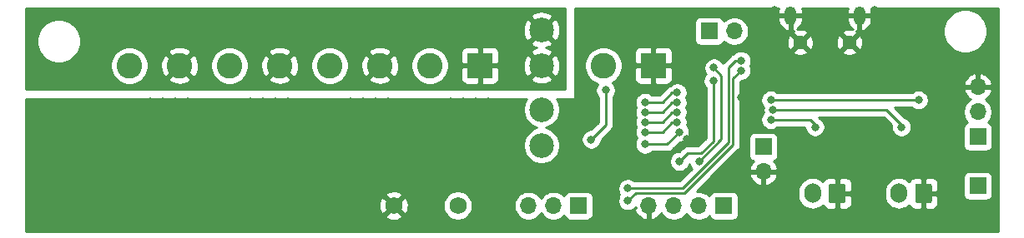
<source format=gbr>
G04 #@! TF.GenerationSoftware,KiCad,Pcbnew,(5.1.5)-3*
G04 #@! TF.CreationDate,2020-01-15T23:44:24-05:00*
G04 #@! TF.ProjectId,STM32_Klipper_Expander,53544d33-325f-44b6-9c69-707065725f45,rev?*
G04 #@! TF.SameCoordinates,Original*
G04 #@! TF.FileFunction,Copper,L2,Bot*
G04 #@! TF.FilePolarity,Positive*
%FSLAX46Y46*%
G04 Gerber Fmt 4.6, Leading zero omitted, Abs format (unit mm)*
G04 Created by KiCad (PCBNEW (5.1.5)-3) date 2020-01-15 23:44:24*
%MOMM*%
%LPD*%
G04 APERTURE LIST*
%ADD10O,1.700000X1.700000*%
%ADD11R,1.700000X1.700000*%
%ADD12O,1.200000X1.900000*%
%ADD13C,1.450000*%
%ADD14O,1.700000X2.000000*%
%ADD15C,0.100000*%
%ADD16C,2.500000*%
%ADD17R,2.600000X2.600000*%
%ADD18C,2.600000*%
%ADD19C,1.750000*%
%ADD20C,0.800000*%
%ADD21C,0.250000*%
%ADD22C,0.254000*%
G04 APERTURE END LIST*
D10*
X172540000Y-79000000D03*
D11*
X170000000Y-79000000D03*
D12*
X178242000Y-77421500D03*
X185242000Y-77421500D03*
D13*
X179242000Y-80121500D03*
X184242000Y-80121500D03*
D11*
X197250000Y-94750000D03*
D14*
X180500000Y-95500000D03*
G04 #@! TA.AperFunction,ComponentPad*
D15*
G36*
X183624504Y-94501204D02*
G01*
X183648773Y-94504804D01*
X183672571Y-94510765D01*
X183695671Y-94519030D01*
X183717849Y-94529520D01*
X183738893Y-94542133D01*
X183758598Y-94556747D01*
X183776777Y-94573223D01*
X183793253Y-94591402D01*
X183807867Y-94611107D01*
X183820480Y-94632151D01*
X183830970Y-94654329D01*
X183839235Y-94677429D01*
X183845196Y-94701227D01*
X183848796Y-94725496D01*
X183850000Y-94750000D01*
X183850000Y-96250000D01*
X183848796Y-96274504D01*
X183845196Y-96298773D01*
X183839235Y-96322571D01*
X183830970Y-96345671D01*
X183820480Y-96367849D01*
X183807867Y-96388893D01*
X183793253Y-96408598D01*
X183776777Y-96426777D01*
X183758598Y-96443253D01*
X183738893Y-96457867D01*
X183717849Y-96470480D01*
X183695671Y-96480970D01*
X183672571Y-96489235D01*
X183648773Y-96495196D01*
X183624504Y-96498796D01*
X183600000Y-96500000D01*
X182400000Y-96500000D01*
X182375496Y-96498796D01*
X182351227Y-96495196D01*
X182327429Y-96489235D01*
X182304329Y-96480970D01*
X182282151Y-96470480D01*
X182261107Y-96457867D01*
X182241402Y-96443253D01*
X182223223Y-96426777D01*
X182206747Y-96408598D01*
X182192133Y-96388893D01*
X182179520Y-96367849D01*
X182169030Y-96345671D01*
X182160765Y-96322571D01*
X182154804Y-96298773D01*
X182151204Y-96274504D01*
X182150000Y-96250000D01*
X182150000Y-94750000D01*
X182151204Y-94725496D01*
X182154804Y-94701227D01*
X182160765Y-94677429D01*
X182169030Y-94654329D01*
X182179520Y-94632151D01*
X182192133Y-94611107D01*
X182206747Y-94591402D01*
X182223223Y-94573223D01*
X182241402Y-94556747D01*
X182261107Y-94542133D01*
X182282151Y-94529520D01*
X182304329Y-94519030D01*
X182327429Y-94510765D01*
X182351227Y-94504804D01*
X182375496Y-94501204D01*
X182400000Y-94500000D01*
X183600000Y-94500000D01*
X183624504Y-94501204D01*
G37*
G04 #@! TD.AperFunction*
D16*
X153000000Y-78845000D03*
X153000000Y-82505000D03*
X153000000Y-86975000D03*
X153000000Y-90635000D03*
D17*
X164350000Y-82500000D03*
D18*
X159270000Y-82500000D03*
G04 #@! TA.AperFunction,ComponentPad*
D15*
G36*
X192374504Y-94501204D02*
G01*
X192398773Y-94504804D01*
X192422571Y-94510765D01*
X192445671Y-94519030D01*
X192467849Y-94529520D01*
X192488893Y-94542133D01*
X192508598Y-94556747D01*
X192526777Y-94573223D01*
X192543253Y-94591402D01*
X192557867Y-94611107D01*
X192570480Y-94632151D01*
X192580970Y-94654329D01*
X192589235Y-94677429D01*
X192595196Y-94701227D01*
X192598796Y-94725496D01*
X192600000Y-94750000D01*
X192600000Y-96250000D01*
X192598796Y-96274504D01*
X192595196Y-96298773D01*
X192589235Y-96322571D01*
X192580970Y-96345671D01*
X192570480Y-96367849D01*
X192557867Y-96388893D01*
X192543253Y-96408598D01*
X192526777Y-96426777D01*
X192508598Y-96443253D01*
X192488893Y-96457867D01*
X192467849Y-96470480D01*
X192445671Y-96480970D01*
X192422571Y-96489235D01*
X192398773Y-96495196D01*
X192374504Y-96498796D01*
X192350000Y-96500000D01*
X191150000Y-96500000D01*
X191125496Y-96498796D01*
X191101227Y-96495196D01*
X191077429Y-96489235D01*
X191054329Y-96480970D01*
X191032151Y-96470480D01*
X191011107Y-96457867D01*
X190991402Y-96443253D01*
X190973223Y-96426777D01*
X190956747Y-96408598D01*
X190942133Y-96388893D01*
X190929520Y-96367849D01*
X190919030Y-96345671D01*
X190910765Y-96322571D01*
X190904804Y-96298773D01*
X190901204Y-96274504D01*
X190900000Y-96250000D01*
X190900000Y-94750000D01*
X190901204Y-94725496D01*
X190904804Y-94701227D01*
X190910765Y-94677429D01*
X190919030Y-94654329D01*
X190929520Y-94632151D01*
X190942133Y-94611107D01*
X190956747Y-94591402D01*
X190973223Y-94573223D01*
X190991402Y-94556747D01*
X191011107Y-94542133D01*
X191032151Y-94529520D01*
X191054329Y-94519030D01*
X191077429Y-94510765D01*
X191101227Y-94504804D01*
X191125496Y-94501204D01*
X191150000Y-94500000D01*
X192350000Y-94500000D01*
X192374504Y-94501204D01*
G37*
G04 #@! TD.AperFunction*
D14*
X189250000Y-95500000D03*
D11*
X175500000Y-90750000D03*
D10*
X175500000Y-93290000D03*
D11*
X197250000Y-89750000D03*
D10*
X197250000Y-87210000D03*
X197250000Y-84670000D03*
X163874000Y-96778000D03*
X166414000Y-96778000D03*
X168954000Y-96778000D03*
D11*
X171494000Y-96778000D03*
D10*
X151670000Y-96750000D03*
X154210000Y-96750000D03*
D11*
X156750000Y-96750000D03*
D19*
X144500000Y-96750000D03*
X138000000Y-96750000D03*
D18*
X111190000Y-82500000D03*
X116270000Y-82500000D03*
X121350000Y-82500000D03*
X126430000Y-82500000D03*
X131510000Y-82500000D03*
X136590000Y-82500000D03*
X141670000Y-82500000D03*
D17*
X146750000Y-82500000D03*
D20*
X163500000Y-86250000D03*
X163500000Y-87250000D03*
X163500000Y-88250000D03*
X163500000Y-89250000D03*
X166750000Y-88250000D03*
X166750000Y-87250000D03*
X133625000Y-88710000D03*
X137435000Y-87440000D03*
X136165000Y-86170000D03*
X134895000Y-88710000D03*
X113305000Y-87440000D03*
X137435000Y-86170000D03*
X136165000Y-87440000D03*
X123465000Y-87440000D03*
X124735000Y-87440000D03*
X115845000Y-86170000D03*
X115845000Y-87440000D03*
X114575000Y-88710000D03*
X114575000Y-86170000D03*
X134895000Y-86170000D03*
X124735000Y-88710000D03*
X126005000Y-87440000D03*
X113305000Y-86170000D03*
X117115000Y-87440000D03*
X123465000Y-88710000D03*
X127275000Y-86170000D03*
X114575000Y-87440000D03*
X117115000Y-86170000D03*
X126005000Y-88710000D03*
X117115000Y-88710000D03*
X127275000Y-88710000D03*
X115845000Y-88710000D03*
X123465000Y-86170000D03*
X127275000Y-87440000D03*
X124735000Y-86170000D03*
X113305000Y-88710000D03*
X126005000Y-86170000D03*
X137435000Y-88710000D03*
X133625000Y-86170000D03*
X145055000Y-87440000D03*
X143785000Y-87440000D03*
X146325000Y-88710000D03*
X143785000Y-86170000D03*
X147595000Y-88710000D03*
X145055000Y-86170000D03*
X146325000Y-87440000D03*
X147595000Y-86170000D03*
X145055000Y-88710000D03*
X146325000Y-86170000D03*
X147595000Y-87440000D03*
X143785000Y-88710000D03*
X136165000Y-88710000D03*
X133625000Y-87440000D03*
X134895000Y-87440000D03*
X186822000Y-76829000D03*
X181350200Y-77459000D03*
X178918000Y-81834000D03*
X186538000Y-79802000D03*
X176666500Y-76833500D03*
X191750000Y-77250000D03*
X173250000Y-85750000D03*
X193750000Y-86500000D03*
X189500000Y-82250000D03*
X167750000Y-90000000D03*
X181750000Y-85000000D03*
X170417948Y-84054701D03*
X167000000Y-92250000D03*
X170475000Y-82725000D03*
X169000000Y-92250000D03*
X159500000Y-85000000D03*
X158036563Y-90011563D03*
X161750000Y-95000000D03*
X173250000Y-81999997D03*
X161750000Y-96250000D03*
X173250000Y-83000000D03*
X166750000Y-85250000D03*
X166750000Y-86250000D03*
X167000000Y-89250000D03*
X163500000Y-90500000D03*
X176500000Y-87000000D03*
X189500000Y-88750000D03*
X176250000Y-88000000D03*
X180750000Y-88750000D03*
X176250000Y-86000000D03*
X191250000Y-86000000D03*
D21*
X165250000Y-86250000D02*
X166250000Y-85250000D01*
X163500000Y-86250000D02*
X165250000Y-86250000D01*
X166250000Y-85250000D02*
X166750000Y-85250000D01*
X165250000Y-87250000D02*
X166250000Y-86250000D01*
X163500000Y-87250000D02*
X165250000Y-87250000D01*
X166250000Y-86250000D02*
X166750000Y-86250000D01*
X165250000Y-88250000D02*
X166250000Y-87250000D01*
X163500000Y-88250000D02*
X165250000Y-88250000D01*
X166250000Y-87250000D02*
X166750000Y-87250000D01*
X167000000Y-92250000D02*
X167818205Y-91431795D01*
X167818205Y-91431795D02*
X169181795Y-91431795D01*
X169181795Y-91431795D02*
X170417948Y-90195642D01*
X170417948Y-90195642D02*
X170417948Y-84054701D01*
X170475000Y-82725000D02*
X171250000Y-83500000D01*
X171250000Y-89750000D02*
X171250000Y-83500000D01*
X171250000Y-89750000D02*
X171250000Y-90000000D01*
X171250000Y-90000000D02*
X169000000Y-92250000D01*
X159500000Y-88548126D02*
X158036563Y-90011563D01*
X159500000Y-85000000D02*
X159500000Y-88548126D01*
X171975001Y-90348001D02*
X167323002Y-95000000D01*
X171975001Y-89661409D02*
X171975001Y-90348001D01*
X167323002Y-95000000D02*
X161750000Y-95000000D01*
X171975000Y-82775000D02*
X171975000Y-89661409D01*
X171975000Y-82709312D02*
X171975000Y-82775000D01*
X172684315Y-81999997D02*
X171975000Y-82709312D01*
X173250000Y-81999997D02*
X172684315Y-81999997D01*
X167509402Y-95450010D02*
X162549990Y-95450010D01*
X172425010Y-90534402D02*
X167509402Y-95450010D01*
X173250000Y-83000000D02*
X172425010Y-83824990D01*
X162549990Y-95450010D02*
X161750000Y-96250000D01*
X172425010Y-83824990D02*
X172425010Y-90534402D01*
X163500000Y-89250000D02*
X165250000Y-89250000D01*
X165250000Y-89250000D02*
X166250000Y-88250000D01*
X166250000Y-88250000D02*
X166750000Y-88250000D01*
X167000000Y-89250000D02*
X165750000Y-90500000D01*
X165750000Y-90500000D02*
X163500000Y-90500000D01*
X176500000Y-87000000D02*
X182500000Y-87000000D01*
X182500000Y-87000000D02*
X188000000Y-87000000D01*
X188000000Y-87000000D02*
X189500000Y-88500000D01*
X189500000Y-88500000D02*
X189500000Y-88750000D01*
X176250000Y-88000000D02*
X180000000Y-88000000D01*
X180000000Y-88000000D02*
X180250000Y-88000000D01*
X180250000Y-88000000D02*
X180750000Y-88500000D01*
X180750000Y-88500000D02*
X180750000Y-88750000D01*
X191250000Y-86000000D02*
X176250000Y-86000000D01*
D22*
G36*
X155373000Y-84873000D02*
G01*
X100660000Y-84873000D01*
X100660000Y-82309419D01*
X109255000Y-82309419D01*
X109255000Y-82690581D01*
X109329361Y-83064419D01*
X109475225Y-83416566D01*
X109686987Y-83733491D01*
X109956509Y-84003013D01*
X110273434Y-84214775D01*
X110625581Y-84360639D01*
X110999419Y-84435000D01*
X111380581Y-84435000D01*
X111754419Y-84360639D01*
X112106566Y-84214775D01*
X112423491Y-84003013D01*
X112577280Y-83849224D01*
X115100381Y-83849224D01*
X115232317Y-84144312D01*
X115573045Y-84315159D01*
X115940557Y-84416250D01*
X116320729Y-84443701D01*
X116698951Y-84396457D01*
X117060690Y-84276333D01*
X117307683Y-84144312D01*
X117439619Y-83849224D01*
X116270000Y-82679605D01*
X115100381Y-83849224D01*
X112577280Y-83849224D01*
X112693013Y-83733491D01*
X112904775Y-83416566D01*
X113050639Y-83064419D01*
X113125000Y-82690581D01*
X113125000Y-82550729D01*
X114326299Y-82550729D01*
X114373543Y-82928951D01*
X114493667Y-83290690D01*
X114625688Y-83537683D01*
X114920776Y-83669619D01*
X116090395Y-82500000D01*
X116449605Y-82500000D01*
X117619224Y-83669619D01*
X117914312Y-83537683D01*
X118085159Y-83196955D01*
X118186250Y-82829443D01*
X118213701Y-82449271D01*
X118196232Y-82309419D01*
X119415000Y-82309419D01*
X119415000Y-82690581D01*
X119489361Y-83064419D01*
X119635225Y-83416566D01*
X119846987Y-83733491D01*
X120116509Y-84003013D01*
X120433434Y-84214775D01*
X120785581Y-84360639D01*
X121159419Y-84435000D01*
X121540581Y-84435000D01*
X121914419Y-84360639D01*
X122266566Y-84214775D01*
X122583491Y-84003013D01*
X122737280Y-83849224D01*
X125260381Y-83849224D01*
X125392317Y-84144312D01*
X125733045Y-84315159D01*
X126100557Y-84416250D01*
X126480729Y-84443701D01*
X126858951Y-84396457D01*
X127220690Y-84276333D01*
X127467683Y-84144312D01*
X127599619Y-83849224D01*
X126430000Y-82679605D01*
X125260381Y-83849224D01*
X122737280Y-83849224D01*
X122853013Y-83733491D01*
X123064775Y-83416566D01*
X123210639Y-83064419D01*
X123285000Y-82690581D01*
X123285000Y-82550729D01*
X124486299Y-82550729D01*
X124533543Y-82928951D01*
X124653667Y-83290690D01*
X124785688Y-83537683D01*
X125080776Y-83669619D01*
X126250395Y-82500000D01*
X126609605Y-82500000D01*
X127779224Y-83669619D01*
X128074312Y-83537683D01*
X128245159Y-83196955D01*
X128346250Y-82829443D01*
X128373701Y-82449271D01*
X128356232Y-82309419D01*
X129575000Y-82309419D01*
X129575000Y-82690581D01*
X129649361Y-83064419D01*
X129795225Y-83416566D01*
X130006987Y-83733491D01*
X130276509Y-84003013D01*
X130593434Y-84214775D01*
X130945581Y-84360639D01*
X131319419Y-84435000D01*
X131700581Y-84435000D01*
X132074419Y-84360639D01*
X132426566Y-84214775D01*
X132743491Y-84003013D01*
X132897280Y-83849224D01*
X135420381Y-83849224D01*
X135552317Y-84144312D01*
X135893045Y-84315159D01*
X136260557Y-84416250D01*
X136640729Y-84443701D01*
X137018951Y-84396457D01*
X137380690Y-84276333D01*
X137627683Y-84144312D01*
X137759619Y-83849224D01*
X136590000Y-82679605D01*
X135420381Y-83849224D01*
X132897280Y-83849224D01*
X133013013Y-83733491D01*
X133224775Y-83416566D01*
X133370639Y-83064419D01*
X133445000Y-82690581D01*
X133445000Y-82550729D01*
X134646299Y-82550729D01*
X134693543Y-82928951D01*
X134813667Y-83290690D01*
X134945688Y-83537683D01*
X135240776Y-83669619D01*
X136410395Y-82500000D01*
X136769605Y-82500000D01*
X137939224Y-83669619D01*
X138234312Y-83537683D01*
X138405159Y-83196955D01*
X138506250Y-82829443D01*
X138533701Y-82449271D01*
X138516232Y-82309419D01*
X139735000Y-82309419D01*
X139735000Y-82690581D01*
X139809361Y-83064419D01*
X139955225Y-83416566D01*
X140166987Y-83733491D01*
X140436509Y-84003013D01*
X140753434Y-84214775D01*
X141105581Y-84360639D01*
X141479419Y-84435000D01*
X141860581Y-84435000D01*
X142234419Y-84360639D01*
X142586566Y-84214775D01*
X142903491Y-84003013D01*
X143106504Y-83800000D01*
X144811928Y-83800000D01*
X144824188Y-83924482D01*
X144860498Y-84044180D01*
X144919463Y-84154494D01*
X144998815Y-84251185D01*
X145095506Y-84330537D01*
X145205820Y-84389502D01*
X145325518Y-84425812D01*
X145450000Y-84438072D01*
X146464250Y-84435000D01*
X146623000Y-84276250D01*
X146623000Y-82627000D01*
X146877000Y-82627000D01*
X146877000Y-84276250D01*
X147035750Y-84435000D01*
X148050000Y-84438072D01*
X148174482Y-84425812D01*
X148294180Y-84389502D01*
X148404494Y-84330537D01*
X148501185Y-84251185D01*
X148580537Y-84154494D01*
X148639502Y-84044180D01*
X148675812Y-83924482D01*
X148686239Y-83818605D01*
X151866000Y-83818605D01*
X151991914Y-84108577D01*
X152324126Y-84274433D01*
X152682312Y-84372290D01*
X153052706Y-84398389D01*
X153421075Y-84351725D01*
X153773262Y-84234094D01*
X154008086Y-84108577D01*
X154134000Y-83818605D01*
X153000000Y-82684605D01*
X151866000Y-83818605D01*
X148686239Y-83818605D01*
X148688072Y-83800000D01*
X148685000Y-82785750D01*
X148526250Y-82627000D01*
X146877000Y-82627000D01*
X146623000Y-82627000D01*
X144973750Y-82627000D01*
X144815000Y-82785750D01*
X144811928Y-83800000D01*
X143106504Y-83800000D01*
X143173013Y-83733491D01*
X143384775Y-83416566D01*
X143530639Y-83064419D01*
X143605000Y-82690581D01*
X143605000Y-82557706D01*
X151106611Y-82557706D01*
X151153275Y-82926075D01*
X151270906Y-83278262D01*
X151396423Y-83513086D01*
X151686395Y-83639000D01*
X152820395Y-82505000D01*
X153179605Y-82505000D01*
X154313605Y-83639000D01*
X154603577Y-83513086D01*
X154769433Y-83180874D01*
X154867290Y-82822688D01*
X154893389Y-82452294D01*
X154846725Y-82083925D01*
X154729094Y-81731738D01*
X154603577Y-81496914D01*
X154313605Y-81371000D01*
X153179605Y-82505000D01*
X152820395Y-82505000D01*
X151686395Y-81371000D01*
X151396423Y-81496914D01*
X151230567Y-81829126D01*
X151132710Y-82187312D01*
X151106611Y-82557706D01*
X143605000Y-82557706D01*
X143605000Y-82309419D01*
X143530639Y-81935581D01*
X143384775Y-81583434D01*
X143173013Y-81266509D01*
X143106504Y-81200000D01*
X144811928Y-81200000D01*
X144815000Y-82214250D01*
X144973750Y-82373000D01*
X146623000Y-82373000D01*
X146623000Y-80723750D01*
X146877000Y-80723750D01*
X146877000Y-82373000D01*
X148526250Y-82373000D01*
X148685000Y-82214250D01*
X148688072Y-81200000D01*
X148675812Y-81075518D01*
X148639502Y-80955820D01*
X148580537Y-80845506D01*
X148501185Y-80748815D01*
X148404494Y-80669463D01*
X148294180Y-80610498D01*
X148174482Y-80574188D01*
X148050000Y-80561928D01*
X147035750Y-80565000D01*
X146877000Y-80723750D01*
X146623000Y-80723750D01*
X146464250Y-80565000D01*
X145450000Y-80561928D01*
X145325518Y-80574188D01*
X145205820Y-80610498D01*
X145095506Y-80669463D01*
X144998815Y-80748815D01*
X144919463Y-80845506D01*
X144860498Y-80955820D01*
X144824188Y-81075518D01*
X144811928Y-81200000D01*
X143106504Y-81200000D01*
X142903491Y-80996987D01*
X142586566Y-80785225D01*
X142234419Y-80639361D01*
X141860581Y-80565000D01*
X141479419Y-80565000D01*
X141105581Y-80639361D01*
X140753434Y-80785225D01*
X140436509Y-80996987D01*
X140166987Y-81266509D01*
X139955225Y-81583434D01*
X139809361Y-81935581D01*
X139735000Y-82309419D01*
X138516232Y-82309419D01*
X138486457Y-82071049D01*
X138366333Y-81709310D01*
X138234312Y-81462317D01*
X137939224Y-81330381D01*
X136769605Y-82500000D01*
X136410395Y-82500000D01*
X135240776Y-81330381D01*
X134945688Y-81462317D01*
X134774841Y-81803045D01*
X134673750Y-82170557D01*
X134646299Y-82550729D01*
X133445000Y-82550729D01*
X133445000Y-82309419D01*
X133370639Y-81935581D01*
X133224775Y-81583434D01*
X133013013Y-81266509D01*
X132897280Y-81150776D01*
X135420381Y-81150776D01*
X136590000Y-82320395D01*
X137759619Y-81150776D01*
X137627683Y-80855688D01*
X137286955Y-80684841D01*
X136919443Y-80583750D01*
X136539271Y-80556299D01*
X136161049Y-80603543D01*
X135799310Y-80723667D01*
X135552317Y-80855688D01*
X135420381Y-81150776D01*
X132897280Y-81150776D01*
X132743491Y-80996987D01*
X132426566Y-80785225D01*
X132074419Y-80639361D01*
X131700581Y-80565000D01*
X131319419Y-80565000D01*
X130945581Y-80639361D01*
X130593434Y-80785225D01*
X130276509Y-80996987D01*
X130006987Y-81266509D01*
X129795225Y-81583434D01*
X129649361Y-81935581D01*
X129575000Y-82309419D01*
X128356232Y-82309419D01*
X128326457Y-82071049D01*
X128206333Y-81709310D01*
X128074312Y-81462317D01*
X127779224Y-81330381D01*
X126609605Y-82500000D01*
X126250395Y-82500000D01*
X125080776Y-81330381D01*
X124785688Y-81462317D01*
X124614841Y-81803045D01*
X124513750Y-82170557D01*
X124486299Y-82550729D01*
X123285000Y-82550729D01*
X123285000Y-82309419D01*
X123210639Y-81935581D01*
X123064775Y-81583434D01*
X122853013Y-81266509D01*
X122737280Y-81150776D01*
X125260381Y-81150776D01*
X126430000Y-82320395D01*
X127599619Y-81150776D01*
X127467683Y-80855688D01*
X127126955Y-80684841D01*
X126759443Y-80583750D01*
X126379271Y-80556299D01*
X126001049Y-80603543D01*
X125639310Y-80723667D01*
X125392317Y-80855688D01*
X125260381Y-81150776D01*
X122737280Y-81150776D01*
X122583491Y-80996987D01*
X122266566Y-80785225D01*
X121914419Y-80639361D01*
X121540581Y-80565000D01*
X121159419Y-80565000D01*
X120785581Y-80639361D01*
X120433434Y-80785225D01*
X120116509Y-80996987D01*
X119846987Y-81266509D01*
X119635225Y-81583434D01*
X119489361Y-81935581D01*
X119415000Y-82309419D01*
X118196232Y-82309419D01*
X118166457Y-82071049D01*
X118046333Y-81709310D01*
X117914312Y-81462317D01*
X117619224Y-81330381D01*
X116449605Y-82500000D01*
X116090395Y-82500000D01*
X114920776Y-81330381D01*
X114625688Y-81462317D01*
X114454841Y-81803045D01*
X114353750Y-82170557D01*
X114326299Y-82550729D01*
X113125000Y-82550729D01*
X113125000Y-82309419D01*
X113050639Y-81935581D01*
X112904775Y-81583434D01*
X112693013Y-81266509D01*
X112577280Y-81150776D01*
X115100381Y-81150776D01*
X116270000Y-82320395D01*
X117439619Y-81150776D01*
X117307683Y-80855688D01*
X116966955Y-80684841D01*
X116599443Y-80583750D01*
X116219271Y-80556299D01*
X115841049Y-80603543D01*
X115479310Y-80723667D01*
X115232317Y-80855688D01*
X115100381Y-81150776D01*
X112577280Y-81150776D01*
X112423491Y-80996987D01*
X112106566Y-80785225D01*
X111754419Y-80639361D01*
X111380581Y-80565000D01*
X110999419Y-80565000D01*
X110625581Y-80639361D01*
X110273434Y-80785225D01*
X109956509Y-80996987D01*
X109686987Y-81266509D01*
X109475225Y-81583434D01*
X109329361Y-81935581D01*
X109255000Y-82309419D01*
X100660000Y-82309419D01*
X100660000Y-79779872D01*
X101765000Y-79779872D01*
X101765000Y-80220128D01*
X101850890Y-80651925D01*
X102019369Y-81058669D01*
X102263962Y-81424729D01*
X102575271Y-81736038D01*
X102941331Y-81980631D01*
X103348075Y-82149110D01*
X103779872Y-82235000D01*
X104220128Y-82235000D01*
X104651925Y-82149110D01*
X105058669Y-81980631D01*
X105424729Y-81736038D01*
X105736038Y-81424729D01*
X105980631Y-81058669D01*
X106149110Y-80651925D01*
X106235000Y-80220128D01*
X106235000Y-80158605D01*
X151866000Y-80158605D01*
X151991914Y-80448577D01*
X152324126Y-80614433D01*
X152536485Y-80672450D01*
X152226738Y-80775906D01*
X151991914Y-80901423D01*
X151866000Y-81191395D01*
X153000000Y-82325395D01*
X154134000Y-81191395D01*
X154008086Y-80901423D01*
X153675874Y-80735567D01*
X153463515Y-80677550D01*
X153773262Y-80574094D01*
X154008086Y-80448577D01*
X154134000Y-80158605D01*
X153000000Y-79024605D01*
X151866000Y-80158605D01*
X106235000Y-80158605D01*
X106235000Y-79779872D01*
X106149110Y-79348075D01*
X105980631Y-78941331D01*
X105951482Y-78897706D01*
X151106611Y-78897706D01*
X151153275Y-79266075D01*
X151270906Y-79618262D01*
X151396423Y-79853086D01*
X151686395Y-79979000D01*
X152820395Y-78845000D01*
X153179605Y-78845000D01*
X154313605Y-79979000D01*
X154603577Y-79853086D01*
X154769433Y-79520874D01*
X154867290Y-79162688D01*
X154893389Y-78792294D01*
X154846725Y-78423925D01*
X154729094Y-78071738D01*
X154603577Y-77836914D01*
X154313605Y-77711000D01*
X153179605Y-78845000D01*
X152820395Y-78845000D01*
X151686395Y-77711000D01*
X151396423Y-77836914D01*
X151230567Y-78169126D01*
X151132710Y-78527312D01*
X151106611Y-78897706D01*
X105951482Y-78897706D01*
X105736038Y-78575271D01*
X105424729Y-78263962D01*
X105058669Y-78019369D01*
X104651925Y-77850890D01*
X104220128Y-77765000D01*
X103779872Y-77765000D01*
X103348075Y-77850890D01*
X102941331Y-78019369D01*
X102575271Y-78263962D01*
X102263962Y-78575271D01*
X102019369Y-78941331D01*
X101850890Y-79348075D01*
X101765000Y-79779872D01*
X100660000Y-79779872D01*
X100660000Y-77531395D01*
X151866000Y-77531395D01*
X153000000Y-78665395D01*
X154134000Y-77531395D01*
X154008086Y-77241423D01*
X153675874Y-77075567D01*
X153317688Y-76977710D01*
X152947294Y-76951611D01*
X152578925Y-76998275D01*
X152226738Y-77115906D01*
X151991914Y-77241423D01*
X151866000Y-77531395D01*
X100660000Y-77531395D01*
X100660000Y-76660000D01*
X155373000Y-76660000D01*
X155373000Y-84873000D01*
G37*
X155373000Y-84873000D02*
X100660000Y-84873000D01*
X100660000Y-82309419D01*
X109255000Y-82309419D01*
X109255000Y-82690581D01*
X109329361Y-83064419D01*
X109475225Y-83416566D01*
X109686987Y-83733491D01*
X109956509Y-84003013D01*
X110273434Y-84214775D01*
X110625581Y-84360639D01*
X110999419Y-84435000D01*
X111380581Y-84435000D01*
X111754419Y-84360639D01*
X112106566Y-84214775D01*
X112423491Y-84003013D01*
X112577280Y-83849224D01*
X115100381Y-83849224D01*
X115232317Y-84144312D01*
X115573045Y-84315159D01*
X115940557Y-84416250D01*
X116320729Y-84443701D01*
X116698951Y-84396457D01*
X117060690Y-84276333D01*
X117307683Y-84144312D01*
X117439619Y-83849224D01*
X116270000Y-82679605D01*
X115100381Y-83849224D01*
X112577280Y-83849224D01*
X112693013Y-83733491D01*
X112904775Y-83416566D01*
X113050639Y-83064419D01*
X113125000Y-82690581D01*
X113125000Y-82550729D01*
X114326299Y-82550729D01*
X114373543Y-82928951D01*
X114493667Y-83290690D01*
X114625688Y-83537683D01*
X114920776Y-83669619D01*
X116090395Y-82500000D01*
X116449605Y-82500000D01*
X117619224Y-83669619D01*
X117914312Y-83537683D01*
X118085159Y-83196955D01*
X118186250Y-82829443D01*
X118213701Y-82449271D01*
X118196232Y-82309419D01*
X119415000Y-82309419D01*
X119415000Y-82690581D01*
X119489361Y-83064419D01*
X119635225Y-83416566D01*
X119846987Y-83733491D01*
X120116509Y-84003013D01*
X120433434Y-84214775D01*
X120785581Y-84360639D01*
X121159419Y-84435000D01*
X121540581Y-84435000D01*
X121914419Y-84360639D01*
X122266566Y-84214775D01*
X122583491Y-84003013D01*
X122737280Y-83849224D01*
X125260381Y-83849224D01*
X125392317Y-84144312D01*
X125733045Y-84315159D01*
X126100557Y-84416250D01*
X126480729Y-84443701D01*
X126858951Y-84396457D01*
X127220690Y-84276333D01*
X127467683Y-84144312D01*
X127599619Y-83849224D01*
X126430000Y-82679605D01*
X125260381Y-83849224D01*
X122737280Y-83849224D01*
X122853013Y-83733491D01*
X123064775Y-83416566D01*
X123210639Y-83064419D01*
X123285000Y-82690581D01*
X123285000Y-82550729D01*
X124486299Y-82550729D01*
X124533543Y-82928951D01*
X124653667Y-83290690D01*
X124785688Y-83537683D01*
X125080776Y-83669619D01*
X126250395Y-82500000D01*
X126609605Y-82500000D01*
X127779224Y-83669619D01*
X128074312Y-83537683D01*
X128245159Y-83196955D01*
X128346250Y-82829443D01*
X128373701Y-82449271D01*
X128356232Y-82309419D01*
X129575000Y-82309419D01*
X129575000Y-82690581D01*
X129649361Y-83064419D01*
X129795225Y-83416566D01*
X130006987Y-83733491D01*
X130276509Y-84003013D01*
X130593434Y-84214775D01*
X130945581Y-84360639D01*
X131319419Y-84435000D01*
X131700581Y-84435000D01*
X132074419Y-84360639D01*
X132426566Y-84214775D01*
X132743491Y-84003013D01*
X132897280Y-83849224D01*
X135420381Y-83849224D01*
X135552317Y-84144312D01*
X135893045Y-84315159D01*
X136260557Y-84416250D01*
X136640729Y-84443701D01*
X137018951Y-84396457D01*
X137380690Y-84276333D01*
X137627683Y-84144312D01*
X137759619Y-83849224D01*
X136590000Y-82679605D01*
X135420381Y-83849224D01*
X132897280Y-83849224D01*
X133013013Y-83733491D01*
X133224775Y-83416566D01*
X133370639Y-83064419D01*
X133445000Y-82690581D01*
X133445000Y-82550729D01*
X134646299Y-82550729D01*
X134693543Y-82928951D01*
X134813667Y-83290690D01*
X134945688Y-83537683D01*
X135240776Y-83669619D01*
X136410395Y-82500000D01*
X136769605Y-82500000D01*
X137939224Y-83669619D01*
X138234312Y-83537683D01*
X138405159Y-83196955D01*
X138506250Y-82829443D01*
X138533701Y-82449271D01*
X138516232Y-82309419D01*
X139735000Y-82309419D01*
X139735000Y-82690581D01*
X139809361Y-83064419D01*
X139955225Y-83416566D01*
X140166987Y-83733491D01*
X140436509Y-84003013D01*
X140753434Y-84214775D01*
X141105581Y-84360639D01*
X141479419Y-84435000D01*
X141860581Y-84435000D01*
X142234419Y-84360639D01*
X142586566Y-84214775D01*
X142903491Y-84003013D01*
X143106504Y-83800000D01*
X144811928Y-83800000D01*
X144824188Y-83924482D01*
X144860498Y-84044180D01*
X144919463Y-84154494D01*
X144998815Y-84251185D01*
X145095506Y-84330537D01*
X145205820Y-84389502D01*
X145325518Y-84425812D01*
X145450000Y-84438072D01*
X146464250Y-84435000D01*
X146623000Y-84276250D01*
X146623000Y-82627000D01*
X146877000Y-82627000D01*
X146877000Y-84276250D01*
X147035750Y-84435000D01*
X148050000Y-84438072D01*
X148174482Y-84425812D01*
X148294180Y-84389502D01*
X148404494Y-84330537D01*
X148501185Y-84251185D01*
X148580537Y-84154494D01*
X148639502Y-84044180D01*
X148675812Y-83924482D01*
X148686239Y-83818605D01*
X151866000Y-83818605D01*
X151991914Y-84108577D01*
X152324126Y-84274433D01*
X152682312Y-84372290D01*
X153052706Y-84398389D01*
X153421075Y-84351725D01*
X153773262Y-84234094D01*
X154008086Y-84108577D01*
X154134000Y-83818605D01*
X153000000Y-82684605D01*
X151866000Y-83818605D01*
X148686239Y-83818605D01*
X148688072Y-83800000D01*
X148685000Y-82785750D01*
X148526250Y-82627000D01*
X146877000Y-82627000D01*
X146623000Y-82627000D01*
X144973750Y-82627000D01*
X144815000Y-82785750D01*
X144811928Y-83800000D01*
X143106504Y-83800000D01*
X143173013Y-83733491D01*
X143384775Y-83416566D01*
X143530639Y-83064419D01*
X143605000Y-82690581D01*
X143605000Y-82557706D01*
X151106611Y-82557706D01*
X151153275Y-82926075D01*
X151270906Y-83278262D01*
X151396423Y-83513086D01*
X151686395Y-83639000D01*
X152820395Y-82505000D01*
X153179605Y-82505000D01*
X154313605Y-83639000D01*
X154603577Y-83513086D01*
X154769433Y-83180874D01*
X154867290Y-82822688D01*
X154893389Y-82452294D01*
X154846725Y-82083925D01*
X154729094Y-81731738D01*
X154603577Y-81496914D01*
X154313605Y-81371000D01*
X153179605Y-82505000D01*
X152820395Y-82505000D01*
X151686395Y-81371000D01*
X151396423Y-81496914D01*
X151230567Y-81829126D01*
X151132710Y-82187312D01*
X151106611Y-82557706D01*
X143605000Y-82557706D01*
X143605000Y-82309419D01*
X143530639Y-81935581D01*
X143384775Y-81583434D01*
X143173013Y-81266509D01*
X143106504Y-81200000D01*
X144811928Y-81200000D01*
X144815000Y-82214250D01*
X144973750Y-82373000D01*
X146623000Y-82373000D01*
X146623000Y-80723750D01*
X146877000Y-80723750D01*
X146877000Y-82373000D01*
X148526250Y-82373000D01*
X148685000Y-82214250D01*
X148688072Y-81200000D01*
X148675812Y-81075518D01*
X148639502Y-80955820D01*
X148580537Y-80845506D01*
X148501185Y-80748815D01*
X148404494Y-80669463D01*
X148294180Y-80610498D01*
X148174482Y-80574188D01*
X148050000Y-80561928D01*
X147035750Y-80565000D01*
X146877000Y-80723750D01*
X146623000Y-80723750D01*
X146464250Y-80565000D01*
X145450000Y-80561928D01*
X145325518Y-80574188D01*
X145205820Y-80610498D01*
X145095506Y-80669463D01*
X144998815Y-80748815D01*
X144919463Y-80845506D01*
X144860498Y-80955820D01*
X144824188Y-81075518D01*
X144811928Y-81200000D01*
X143106504Y-81200000D01*
X142903491Y-80996987D01*
X142586566Y-80785225D01*
X142234419Y-80639361D01*
X141860581Y-80565000D01*
X141479419Y-80565000D01*
X141105581Y-80639361D01*
X140753434Y-80785225D01*
X140436509Y-80996987D01*
X140166987Y-81266509D01*
X139955225Y-81583434D01*
X139809361Y-81935581D01*
X139735000Y-82309419D01*
X138516232Y-82309419D01*
X138486457Y-82071049D01*
X138366333Y-81709310D01*
X138234312Y-81462317D01*
X137939224Y-81330381D01*
X136769605Y-82500000D01*
X136410395Y-82500000D01*
X135240776Y-81330381D01*
X134945688Y-81462317D01*
X134774841Y-81803045D01*
X134673750Y-82170557D01*
X134646299Y-82550729D01*
X133445000Y-82550729D01*
X133445000Y-82309419D01*
X133370639Y-81935581D01*
X133224775Y-81583434D01*
X133013013Y-81266509D01*
X132897280Y-81150776D01*
X135420381Y-81150776D01*
X136590000Y-82320395D01*
X137759619Y-81150776D01*
X137627683Y-80855688D01*
X137286955Y-80684841D01*
X136919443Y-80583750D01*
X136539271Y-80556299D01*
X136161049Y-80603543D01*
X135799310Y-80723667D01*
X135552317Y-80855688D01*
X135420381Y-81150776D01*
X132897280Y-81150776D01*
X132743491Y-80996987D01*
X132426566Y-80785225D01*
X132074419Y-80639361D01*
X131700581Y-80565000D01*
X131319419Y-80565000D01*
X130945581Y-80639361D01*
X130593434Y-80785225D01*
X130276509Y-80996987D01*
X130006987Y-81266509D01*
X129795225Y-81583434D01*
X129649361Y-81935581D01*
X129575000Y-82309419D01*
X128356232Y-82309419D01*
X128326457Y-82071049D01*
X128206333Y-81709310D01*
X128074312Y-81462317D01*
X127779224Y-81330381D01*
X126609605Y-82500000D01*
X126250395Y-82500000D01*
X125080776Y-81330381D01*
X124785688Y-81462317D01*
X124614841Y-81803045D01*
X124513750Y-82170557D01*
X124486299Y-82550729D01*
X123285000Y-82550729D01*
X123285000Y-82309419D01*
X123210639Y-81935581D01*
X123064775Y-81583434D01*
X122853013Y-81266509D01*
X122737280Y-81150776D01*
X125260381Y-81150776D01*
X126430000Y-82320395D01*
X127599619Y-81150776D01*
X127467683Y-80855688D01*
X127126955Y-80684841D01*
X126759443Y-80583750D01*
X126379271Y-80556299D01*
X126001049Y-80603543D01*
X125639310Y-80723667D01*
X125392317Y-80855688D01*
X125260381Y-81150776D01*
X122737280Y-81150776D01*
X122583491Y-80996987D01*
X122266566Y-80785225D01*
X121914419Y-80639361D01*
X121540581Y-80565000D01*
X121159419Y-80565000D01*
X120785581Y-80639361D01*
X120433434Y-80785225D01*
X120116509Y-80996987D01*
X119846987Y-81266509D01*
X119635225Y-81583434D01*
X119489361Y-81935581D01*
X119415000Y-82309419D01*
X118196232Y-82309419D01*
X118166457Y-82071049D01*
X118046333Y-81709310D01*
X117914312Y-81462317D01*
X117619224Y-81330381D01*
X116449605Y-82500000D01*
X116090395Y-82500000D01*
X114920776Y-81330381D01*
X114625688Y-81462317D01*
X114454841Y-81803045D01*
X114353750Y-82170557D01*
X114326299Y-82550729D01*
X113125000Y-82550729D01*
X113125000Y-82309419D01*
X113050639Y-81935581D01*
X112904775Y-81583434D01*
X112693013Y-81266509D01*
X112577280Y-81150776D01*
X115100381Y-81150776D01*
X116270000Y-82320395D01*
X117439619Y-81150776D01*
X117307683Y-80855688D01*
X116966955Y-80684841D01*
X116599443Y-80583750D01*
X116219271Y-80556299D01*
X115841049Y-80603543D01*
X115479310Y-80723667D01*
X115232317Y-80855688D01*
X115100381Y-81150776D01*
X112577280Y-81150776D01*
X112423491Y-80996987D01*
X112106566Y-80785225D01*
X111754419Y-80639361D01*
X111380581Y-80565000D01*
X110999419Y-80565000D01*
X110625581Y-80639361D01*
X110273434Y-80785225D01*
X109956509Y-80996987D01*
X109686987Y-81266509D01*
X109475225Y-81583434D01*
X109329361Y-81935581D01*
X109255000Y-82309419D01*
X100660000Y-82309419D01*
X100660000Y-79779872D01*
X101765000Y-79779872D01*
X101765000Y-80220128D01*
X101850890Y-80651925D01*
X102019369Y-81058669D01*
X102263962Y-81424729D01*
X102575271Y-81736038D01*
X102941331Y-81980631D01*
X103348075Y-82149110D01*
X103779872Y-82235000D01*
X104220128Y-82235000D01*
X104651925Y-82149110D01*
X105058669Y-81980631D01*
X105424729Y-81736038D01*
X105736038Y-81424729D01*
X105980631Y-81058669D01*
X106149110Y-80651925D01*
X106235000Y-80220128D01*
X106235000Y-80158605D01*
X151866000Y-80158605D01*
X151991914Y-80448577D01*
X152324126Y-80614433D01*
X152536485Y-80672450D01*
X152226738Y-80775906D01*
X151991914Y-80901423D01*
X151866000Y-81191395D01*
X153000000Y-82325395D01*
X154134000Y-81191395D01*
X154008086Y-80901423D01*
X153675874Y-80735567D01*
X153463515Y-80677550D01*
X153773262Y-80574094D01*
X154008086Y-80448577D01*
X154134000Y-80158605D01*
X153000000Y-79024605D01*
X151866000Y-80158605D01*
X106235000Y-80158605D01*
X106235000Y-79779872D01*
X106149110Y-79348075D01*
X105980631Y-78941331D01*
X105951482Y-78897706D01*
X151106611Y-78897706D01*
X151153275Y-79266075D01*
X151270906Y-79618262D01*
X151396423Y-79853086D01*
X151686395Y-79979000D01*
X152820395Y-78845000D01*
X153179605Y-78845000D01*
X154313605Y-79979000D01*
X154603577Y-79853086D01*
X154769433Y-79520874D01*
X154867290Y-79162688D01*
X154893389Y-78792294D01*
X154846725Y-78423925D01*
X154729094Y-78071738D01*
X154603577Y-77836914D01*
X154313605Y-77711000D01*
X153179605Y-78845000D01*
X152820395Y-78845000D01*
X151686395Y-77711000D01*
X151396423Y-77836914D01*
X151230567Y-78169126D01*
X151132710Y-78527312D01*
X151106611Y-78897706D01*
X105951482Y-78897706D01*
X105736038Y-78575271D01*
X105424729Y-78263962D01*
X105058669Y-78019369D01*
X104651925Y-77850890D01*
X104220128Y-77765000D01*
X103779872Y-77765000D01*
X103348075Y-77850890D01*
X102941331Y-78019369D01*
X102575271Y-78263962D01*
X102263962Y-78575271D01*
X102019369Y-78941331D01*
X101850890Y-79348075D01*
X101765000Y-79779872D01*
X100660000Y-79779872D01*
X100660000Y-77531395D01*
X151866000Y-77531395D01*
X153000000Y-78665395D01*
X154134000Y-77531395D01*
X154008086Y-77241423D01*
X153675874Y-77075567D01*
X153317688Y-76977710D01*
X152947294Y-76951611D01*
X152578925Y-76998275D01*
X152226738Y-77115906D01*
X151991914Y-77241423D01*
X151866000Y-77531395D01*
X100660000Y-77531395D01*
X100660000Y-76660000D01*
X155373000Y-76660000D01*
X155373000Y-84873000D01*
G36*
X177055507Y-76706004D02*
G01*
X177007000Y-76944500D01*
X177007000Y-77294500D01*
X178115000Y-77294500D01*
X178115000Y-77274500D01*
X178369000Y-77274500D01*
X178369000Y-77294500D01*
X179477000Y-77294500D01*
X179477000Y-76944500D01*
X179428493Y-76706004D01*
X179409205Y-76660000D01*
X184074795Y-76660000D01*
X184055507Y-76706004D01*
X184007000Y-76944500D01*
X184007000Y-77294500D01*
X185115000Y-77294500D01*
X185115000Y-77274500D01*
X185369000Y-77274500D01*
X185369000Y-77294500D01*
X186477000Y-77294500D01*
X186477000Y-76944500D01*
X186428493Y-76706004D01*
X186409205Y-76660000D01*
X199340001Y-76660000D01*
X199340000Y-99340000D01*
X100660000Y-99340000D01*
X100660000Y-97796240D01*
X137133365Y-97796240D01*
X137214025Y-98047868D01*
X137482329Y-98176267D01*
X137770526Y-98249855D01*
X138067543Y-98265804D01*
X138361963Y-98223501D01*
X138642474Y-98124572D01*
X138785975Y-98047868D01*
X138866635Y-97796240D01*
X138000000Y-96929605D01*
X137133365Y-97796240D01*
X100660000Y-97796240D01*
X100660000Y-96817543D01*
X136484196Y-96817543D01*
X136526499Y-97111963D01*
X136625428Y-97392474D01*
X136702132Y-97535975D01*
X136953760Y-97616635D01*
X137820395Y-96750000D01*
X138179605Y-96750000D01*
X139046240Y-97616635D01*
X139297868Y-97535975D01*
X139426267Y-97267671D01*
X139499855Y-96979474D01*
X139515804Y-96682457D01*
X139504140Y-96601278D01*
X142990000Y-96601278D01*
X142990000Y-96898722D01*
X143048029Y-97190451D01*
X143161856Y-97465253D01*
X143327107Y-97712569D01*
X143537431Y-97922893D01*
X143784747Y-98088144D01*
X144059549Y-98201971D01*
X144351278Y-98260000D01*
X144648722Y-98260000D01*
X144940451Y-98201971D01*
X145215253Y-98088144D01*
X145462569Y-97922893D01*
X145672893Y-97712569D01*
X145838144Y-97465253D01*
X145951971Y-97190451D01*
X146010000Y-96898722D01*
X146010000Y-96603740D01*
X150185000Y-96603740D01*
X150185000Y-96896260D01*
X150242068Y-97183158D01*
X150354010Y-97453411D01*
X150516525Y-97696632D01*
X150723368Y-97903475D01*
X150966589Y-98065990D01*
X151236842Y-98177932D01*
X151523740Y-98235000D01*
X151816260Y-98235000D01*
X152103158Y-98177932D01*
X152373411Y-98065990D01*
X152616632Y-97903475D01*
X152823475Y-97696632D01*
X152940000Y-97522240D01*
X153056525Y-97696632D01*
X153263368Y-97903475D01*
X153506589Y-98065990D01*
X153776842Y-98177932D01*
X154063740Y-98235000D01*
X154356260Y-98235000D01*
X154643158Y-98177932D01*
X154913411Y-98065990D01*
X155156632Y-97903475D01*
X155288487Y-97771620D01*
X155310498Y-97844180D01*
X155369463Y-97954494D01*
X155448815Y-98051185D01*
X155545506Y-98130537D01*
X155655820Y-98189502D01*
X155775518Y-98225812D01*
X155900000Y-98238072D01*
X157600000Y-98238072D01*
X157724482Y-98225812D01*
X157844180Y-98189502D01*
X157954494Y-98130537D01*
X158051185Y-98051185D01*
X158130537Y-97954494D01*
X158189502Y-97844180D01*
X158225812Y-97724482D01*
X158238072Y-97600000D01*
X158238072Y-95900000D01*
X158225812Y-95775518D01*
X158189502Y-95655820D01*
X158130537Y-95545506D01*
X158051185Y-95448815D01*
X157954494Y-95369463D01*
X157844180Y-95310498D01*
X157724482Y-95274188D01*
X157600000Y-95261928D01*
X155900000Y-95261928D01*
X155775518Y-95274188D01*
X155655820Y-95310498D01*
X155545506Y-95369463D01*
X155448815Y-95448815D01*
X155369463Y-95545506D01*
X155310498Y-95655820D01*
X155288487Y-95728380D01*
X155156632Y-95596525D01*
X154913411Y-95434010D01*
X154643158Y-95322068D01*
X154356260Y-95265000D01*
X154063740Y-95265000D01*
X153776842Y-95322068D01*
X153506589Y-95434010D01*
X153263368Y-95596525D01*
X153056525Y-95803368D01*
X152940000Y-95977760D01*
X152823475Y-95803368D01*
X152616632Y-95596525D01*
X152373411Y-95434010D01*
X152103158Y-95322068D01*
X151816260Y-95265000D01*
X151523740Y-95265000D01*
X151236842Y-95322068D01*
X150966589Y-95434010D01*
X150723368Y-95596525D01*
X150516525Y-95803368D01*
X150354010Y-96046589D01*
X150242068Y-96316842D01*
X150185000Y-96603740D01*
X146010000Y-96603740D01*
X146010000Y-96601278D01*
X145951971Y-96309549D01*
X145838144Y-96034747D01*
X145672893Y-95787431D01*
X145462569Y-95577107D01*
X145215253Y-95411856D01*
X144940451Y-95298029D01*
X144648722Y-95240000D01*
X144351278Y-95240000D01*
X144059549Y-95298029D01*
X143784747Y-95411856D01*
X143537431Y-95577107D01*
X143327107Y-95787431D01*
X143161856Y-96034747D01*
X143048029Y-96309549D01*
X142990000Y-96601278D01*
X139504140Y-96601278D01*
X139473501Y-96388037D01*
X139374572Y-96107526D01*
X139297868Y-95964025D01*
X139046240Y-95883365D01*
X138179605Y-96750000D01*
X137820395Y-96750000D01*
X136953760Y-95883365D01*
X136702132Y-95964025D01*
X136573733Y-96232329D01*
X136500145Y-96520526D01*
X136484196Y-96817543D01*
X100660000Y-96817543D01*
X100660000Y-95703760D01*
X137133365Y-95703760D01*
X138000000Y-96570395D01*
X138866635Y-95703760D01*
X138785975Y-95452132D01*
X138517671Y-95323733D01*
X138229474Y-95250145D01*
X137932457Y-95234196D01*
X137638037Y-95276499D01*
X137357526Y-95375428D01*
X137214025Y-95452132D01*
X137133365Y-95703760D01*
X100660000Y-95703760D01*
X100660000Y-94898061D01*
X160715000Y-94898061D01*
X160715000Y-95101939D01*
X160754774Y-95301898D01*
X160832795Y-95490256D01*
X160922828Y-95625000D01*
X160832795Y-95759744D01*
X160754774Y-95948102D01*
X160715000Y-96148061D01*
X160715000Y-96351939D01*
X160754774Y-96551898D01*
X160832795Y-96740256D01*
X160946063Y-96909774D01*
X161090226Y-97053937D01*
X161259744Y-97167205D01*
X161448102Y-97245226D01*
X161648061Y-97285000D01*
X161851939Y-97285000D01*
X162051898Y-97245226D01*
X162240256Y-97167205D01*
X162409774Y-97053937D01*
X162547082Y-96916629D01*
X162432519Y-97134891D01*
X162529843Y-97409252D01*
X162678822Y-97659355D01*
X162873731Y-97875588D01*
X163107080Y-98049641D01*
X163369901Y-98174825D01*
X163517110Y-98219476D01*
X163747000Y-98098155D01*
X163747000Y-96905000D01*
X163727000Y-96905000D01*
X163727000Y-96651000D01*
X163747000Y-96651000D01*
X163747000Y-96631000D01*
X164001000Y-96631000D01*
X164001000Y-96651000D01*
X164021000Y-96651000D01*
X164021000Y-96905000D01*
X164001000Y-96905000D01*
X164001000Y-98098155D01*
X164230890Y-98219476D01*
X164378099Y-98174825D01*
X164640920Y-98049641D01*
X164874269Y-97875588D01*
X165069178Y-97659355D01*
X165138805Y-97542466D01*
X165260525Y-97724632D01*
X165467368Y-97931475D01*
X165710589Y-98093990D01*
X165980842Y-98205932D01*
X166267740Y-98263000D01*
X166560260Y-98263000D01*
X166847158Y-98205932D01*
X167117411Y-98093990D01*
X167360632Y-97931475D01*
X167567475Y-97724632D01*
X167684000Y-97550240D01*
X167800525Y-97724632D01*
X168007368Y-97931475D01*
X168250589Y-98093990D01*
X168520842Y-98205932D01*
X168807740Y-98263000D01*
X169100260Y-98263000D01*
X169387158Y-98205932D01*
X169657411Y-98093990D01*
X169900632Y-97931475D01*
X170032487Y-97799620D01*
X170054498Y-97872180D01*
X170113463Y-97982494D01*
X170192815Y-98079185D01*
X170289506Y-98158537D01*
X170399820Y-98217502D01*
X170519518Y-98253812D01*
X170644000Y-98266072D01*
X172344000Y-98266072D01*
X172468482Y-98253812D01*
X172588180Y-98217502D01*
X172698494Y-98158537D01*
X172795185Y-98079185D01*
X172874537Y-97982494D01*
X172933502Y-97872180D01*
X172969812Y-97752482D01*
X172982072Y-97628000D01*
X172982072Y-95928000D01*
X172969812Y-95803518D01*
X172933502Y-95683820D01*
X172874537Y-95573506D01*
X172795185Y-95476815D01*
X172698494Y-95397463D01*
X172588180Y-95338498D01*
X172468482Y-95302188D01*
X172344000Y-95289928D01*
X170644000Y-95289928D01*
X170519518Y-95302188D01*
X170399820Y-95338498D01*
X170289506Y-95397463D01*
X170192815Y-95476815D01*
X170113463Y-95573506D01*
X170054498Y-95683820D01*
X170032487Y-95756380D01*
X169900632Y-95624525D01*
X169657411Y-95462010D01*
X169387158Y-95350068D01*
X169100260Y-95293000D01*
X168807740Y-95293000D01*
X168724694Y-95309519D01*
X168757163Y-95277050D01*
X179015000Y-95277050D01*
X179015000Y-95722949D01*
X179036487Y-95941110D01*
X179121401Y-96221033D01*
X179259294Y-96479013D01*
X179444866Y-96705134D01*
X179670986Y-96890706D01*
X179928966Y-97028599D01*
X180208889Y-97113513D01*
X180500000Y-97142185D01*
X180791110Y-97113513D01*
X181071033Y-97028599D01*
X181329013Y-96890706D01*
X181549945Y-96709392D01*
X181560498Y-96744180D01*
X181619463Y-96854494D01*
X181698815Y-96951185D01*
X181795506Y-97030537D01*
X181905820Y-97089502D01*
X182025518Y-97125812D01*
X182150000Y-97138072D01*
X182714250Y-97135000D01*
X182873000Y-96976250D01*
X182873000Y-95627000D01*
X183127000Y-95627000D01*
X183127000Y-96976250D01*
X183285750Y-97135000D01*
X183850000Y-97138072D01*
X183974482Y-97125812D01*
X184094180Y-97089502D01*
X184204494Y-97030537D01*
X184301185Y-96951185D01*
X184380537Y-96854494D01*
X184439502Y-96744180D01*
X184475812Y-96624482D01*
X184488072Y-96500000D01*
X184485000Y-95785750D01*
X184326250Y-95627000D01*
X183127000Y-95627000D01*
X182873000Y-95627000D01*
X182853000Y-95627000D01*
X182853000Y-95373000D01*
X182873000Y-95373000D01*
X182873000Y-94023750D01*
X183127000Y-94023750D01*
X183127000Y-95373000D01*
X184326250Y-95373000D01*
X184422200Y-95277050D01*
X187765000Y-95277050D01*
X187765000Y-95722949D01*
X187786487Y-95941110D01*
X187871401Y-96221033D01*
X188009294Y-96479013D01*
X188194866Y-96705134D01*
X188420986Y-96890706D01*
X188678966Y-97028599D01*
X188958889Y-97113513D01*
X189250000Y-97142185D01*
X189541110Y-97113513D01*
X189821033Y-97028599D01*
X190079013Y-96890706D01*
X190299945Y-96709392D01*
X190310498Y-96744180D01*
X190369463Y-96854494D01*
X190448815Y-96951185D01*
X190545506Y-97030537D01*
X190655820Y-97089502D01*
X190775518Y-97125812D01*
X190900000Y-97138072D01*
X191464250Y-97135000D01*
X191623000Y-96976250D01*
X191623000Y-95627000D01*
X191877000Y-95627000D01*
X191877000Y-96976250D01*
X192035750Y-97135000D01*
X192600000Y-97138072D01*
X192724482Y-97125812D01*
X192844180Y-97089502D01*
X192954494Y-97030537D01*
X193051185Y-96951185D01*
X193130537Y-96854494D01*
X193189502Y-96744180D01*
X193225812Y-96624482D01*
X193238072Y-96500000D01*
X193235000Y-95785750D01*
X193076250Y-95627000D01*
X191877000Y-95627000D01*
X191623000Y-95627000D01*
X191603000Y-95627000D01*
X191603000Y-95373000D01*
X191623000Y-95373000D01*
X191623000Y-94023750D01*
X191877000Y-94023750D01*
X191877000Y-95373000D01*
X193076250Y-95373000D01*
X193235000Y-95214250D01*
X193238072Y-94500000D01*
X193225812Y-94375518D01*
X193189502Y-94255820D01*
X193130537Y-94145506D01*
X193051185Y-94048815D01*
X192954494Y-93969463D01*
X192844180Y-93910498D01*
X192809573Y-93900000D01*
X195761928Y-93900000D01*
X195761928Y-95600000D01*
X195774188Y-95724482D01*
X195810498Y-95844180D01*
X195869463Y-95954494D01*
X195948815Y-96051185D01*
X196045506Y-96130537D01*
X196155820Y-96189502D01*
X196275518Y-96225812D01*
X196400000Y-96238072D01*
X198100000Y-96238072D01*
X198224482Y-96225812D01*
X198344180Y-96189502D01*
X198454494Y-96130537D01*
X198551185Y-96051185D01*
X198630537Y-95954494D01*
X198689502Y-95844180D01*
X198725812Y-95724482D01*
X198738072Y-95600000D01*
X198738072Y-93900000D01*
X198725812Y-93775518D01*
X198689502Y-93655820D01*
X198630537Y-93545506D01*
X198551185Y-93448815D01*
X198454494Y-93369463D01*
X198344180Y-93310498D01*
X198224482Y-93274188D01*
X198100000Y-93261928D01*
X196400000Y-93261928D01*
X196275518Y-93274188D01*
X196155820Y-93310498D01*
X196045506Y-93369463D01*
X195948815Y-93448815D01*
X195869463Y-93545506D01*
X195810498Y-93655820D01*
X195774188Y-93775518D01*
X195761928Y-93900000D01*
X192809573Y-93900000D01*
X192724482Y-93874188D01*
X192600000Y-93861928D01*
X192035750Y-93865000D01*
X191877000Y-94023750D01*
X191623000Y-94023750D01*
X191464250Y-93865000D01*
X190900000Y-93861928D01*
X190775518Y-93874188D01*
X190655820Y-93910498D01*
X190545506Y-93969463D01*
X190448815Y-94048815D01*
X190369463Y-94145506D01*
X190310498Y-94255820D01*
X190299945Y-94290608D01*
X190079014Y-94109294D01*
X189821034Y-93971401D01*
X189541111Y-93886487D01*
X189250000Y-93857815D01*
X188958890Y-93886487D01*
X188678967Y-93971401D01*
X188420987Y-94109294D01*
X188194866Y-94294866D01*
X188009294Y-94520986D01*
X187871401Y-94778966D01*
X187786487Y-95058889D01*
X187765000Y-95277050D01*
X184422200Y-95277050D01*
X184485000Y-95214250D01*
X184488072Y-94500000D01*
X184475812Y-94375518D01*
X184439502Y-94255820D01*
X184380537Y-94145506D01*
X184301185Y-94048815D01*
X184204494Y-93969463D01*
X184094180Y-93910498D01*
X183974482Y-93874188D01*
X183850000Y-93861928D01*
X183285750Y-93865000D01*
X183127000Y-94023750D01*
X182873000Y-94023750D01*
X182714250Y-93865000D01*
X182150000Y-93861928D01*
X182025518Y-93874188D01*
X181905820Y-93910498D01*
X181795506Y-93969463D01*
X181698815Y-94048815D01*
X181619463Y-94145506D01*
X181560498Y-94255820D01*
X181549945Y-94290608D01*
X181329014Y-94109294D01*
X181071034Y-93971401D01*
X180791111Y-93886487D01*
X180500000Y-93857815D01*
X180208890Y-93886487D01*
X179928967Y-93971401D01*
X179670987Y-94109294D01*
X179444866Y-94294866D01*
X179259294Y-94520986D01*
X179121401Y-94778966D01*
X179036487Y-95058889D01*
X179015000Y-95277050D01*
X168757163Y-95277050D01*
X170387323Y-93646890D01*
X174058524Y-93646890D01*
X174103175Y-93794099D01*
X174228359Y-94056920D01*
X174402412Y-94290269D01*
X174618645Y-94485178D01*
X174868748Y-94634157D01*
X175143109Y-94731481D01*
X175373000Y-94610814D01*
X175373000Y-93417000D01*
X175627000Y-93417000D01*
X175627000Y-94610814D01*
X175856891Y-94731481D01*
X176131252Y-94634157D01*
X176381355Y-94485178D01*
X176597588Y-94290269D01*
X176771641Y-94056920D01*
X176896825Y-93794099D01*
X176941476Y-93646890D01*
X176820155Y-93417000D01*
X175627000Y-93417000D01*
X175373000Y-93417000D01*
X174179845Y-93417000D01*
X174058524Y-93646890D01*
X170387323Y-93646890D01*
X172936013Y-91098201D01*
X172965011Y-91074403D01*
X173059984Y-90958678D01*
X173130556Y-90826649D01*
X173174013Y-90683388D01*
X173185010Y-90571735D01*
X173188687Y-90534402D01*
X173185010Y-90497069D01*
X173185010Y-89900000D01*
X174011928Y-89900000D01*
X174011928Y-91600000D01*
X174024188Y-91724482D01*
X174060498Y-91844180D01*
X174119463Y-91954494D01*
X174198815Y-92051185D01*
X174295506Y-92130537D01*
X174405820Y-92189502D01*
X174486466Y-92213966D01*
X174402412Y-92289731D01*
X174228359Y-92523080D01*
X174103175Y-92785901D01*
X174058524Y-92933110D01*
X174179845Y-93163000D01*
X175373000Y-93163000D01*
X175373000Y-93143000D01*
X175627000Y-93143000D01*
X175627000Y-93163000D01*
X176820155Y-93163000D01*
X176941476Y-92933110D01*
X176896825Y-92785901D01*
X176771641Y-92523080D01*
X176597588Y-92289731D01*
X176513534Y-92213966D01*
X176594180Y-92189502D01*
X176704494Y-92130537D01*
X176801185Y-92051185D01*
X176880537Y-91954494D01*
X176939502Y-91844180D01*
X176975812Y-91724482D01*
X176988072Y-91600000D01*
X176988072Y-89900000D01*
X176975812Y-89775518D01*
X176939502Y-89655820D01*
X176880537Y-89545506D01*
X176801185Y-89448815D01*
X176704494Y-89369463D01*
X176594180Y-89310498D01*
X176474482Y-89274188D01*
X176350000Y-89261928D01*
X174650000Y-89261928D01*
X174525518Y-89274188D01*
X174405820Y-89310498D01*
X174295506Y-89369463D01*
X174198815Y-89448815D01*
X174119463Y-89545506D01*
X174060498Y-89655820D01*
X174024188Y-89775518D01*
X174011928Y-89900000D01*
X173185010Y-89900000D01*
X173185010Y-85898061D01*
X175215000Y-85898061D01*
X175215000Y-86101939D01*
X175254774Y-86301898D01*
X175332795Y-86490256D01*
X175446063Y-86659774D01*
X175501392Y-86715103D01*
X175465000Y-86898061D01*
X175465000Y-87101939D01*
X175501392Y-87284897D01*
X175446063Y-87340226D01*
X175332795Y-87509744D01*
X175254774Y-87698102D01*
X175215000Y-87898061D01*
X175215000Y-88101939D01*
X175254774Y-88301898D01*
X175332795Y-88490256D01*
X175446063Y-88659774D01*
X175590226Y-88803937D01*
X175759744Y-88917205D01*
X175948102Y-88995226D01*
X176148061Y-89035000D01*
X176351939Y-89035000D01*
X176551898Y-88995226D01*
X176740256Y-88917205D01*
X176909774Y-88803937D01*
X176953711Y-88760000D01*
X179715000Y-88760000D01*
X179715000Y-88851939D01*
X179754774Y-89051898D01*
X179832795Y-89240256D01*
X179946063Y-89409774D01*
X180090226Y-89553937D01*
X180259744Y-89667205D01*
X180448102Y-89745226D01*
X180648061Y-89785000D01*
X180851939Y-89785000D01*
X181051898Y-89745226D01*
X181240256Y-89667205D01*
X181409774Y-89553937D01*
X181553937Y-89409774D01*
X181667205Y-89240256D01*
X181745226Y-89051898D01*
X181785000Y-88851939D01*
X181785000Y-88648061D01*
X181745226Y-88448102D01*
X181667205Y-88259744D01*
X181553937Y-88090226D01*
X181409774Y-87946063D01*
X181240256Y-87832795D01*
X181099146Y-87774345D01*
X181084801Y-87760000D01*
X187685199Y-87760000D01*
X188482961Y-88557763D01*
X188465000Y-88648061D01*
X188465000Y-88851939D01*
X188504774Y-89051898D01*
X188582795Y-89240256D01*
X188696063Y-89409774D01*
X188840226Y-89553937D01*
X189009744Y-89667205D01*
X189198102Y-89745226D01*
X189398061Y-89785000D01*
X189601939Y-89785000D01*
X189801898Y-89745226D01*
X189990256Y-89667205D01*
X190159774Y-89553937D01*
X190303937Y-89409774D01*
X190417205Y-89240256D01*
X190495226Y-89051898D01*
X190525440Y-88900000D01*
X195761928Y-88900000D01*
X195761928Y-90600000D01*
X195774188Y-90724482D01*
X195810498Y-90844180D01*
X195869463Y-90954494D01*
X195948815Y-91051185D01*
X196045506Y-91130537D01*
X196155820Y-91189502D01*
X196275518Y-91225812D01*
X196400000Y-91238072D01*
X198100000Y-91238072D01*
X198224482Y-91225812D01*
X198344180Y-91189502D01*
X198454494Y-91130537D01*
X198551185Y-91051185D01*
X198630537Y-90954494D01*
X198689502Y-90844180D01*
X198725812Y-90724482D01*
X198738072Y-90600000D01*
X198738072Y-88900000D01*
X198725812Y-88775518D01*
X198689502Y-88655820D01*
X198630537Y-88545506D01*
X198551185Y-88448815D01*
X198454494Y-88369463D01*
X198344180Y-88310498D01*
X198271620Y-88288487D01*
X198403475Y-88156632D01*
X198565990Y-87913411D01*
X198677932Y-87643158D01*
X198735000Y-87356260D01*
X198735000Y-87063740D01*
X198677932Y-86776842D01*
X198565990Y-86506589D01*
X198403475Y-86263368D01*
X198196632Y-86056525D01*
X198014466Y-85934805D01*
X198131355Y-85865178D01*
X198347588Y-85670269D01*
X198521641Y-85436920D01*
X198646825Y-85174099D01*
X198691476Y-85026890D01*
X198570155Y-84797000D01*
X197377000Y-84797000D01*
X197377000Y-84817000D01*
X197123000Y-84817000D01*
X197123000Y-84797000D01*
X195929845Y-84797000D01*
X195808524Y-85026890D01*
X195853175Y-85174099D01*
X195978359Y-85436920D01*
X196152412Y-85670269D01*
X196368645Y-85865178D01*
X196485534Y-85934805D01*
X196303368Y-86056525D01*
X196096525Y-86263368D01*
X195934010Y-86506589D01*
X195822068Y-86776842D01*
X195765000Y-87063740D01*
X195765000Y-87356260D01*
X195822068Y-87643158D01*
X195934010Y-87913411D01*
X196096525Y-88156632D01*
X196228380Y-88288487D01*
X196155820Y-88310498D01*
X196045506Y-88369463D01*
X195948815Y-88448815D01*
X195869463Y-88545506D01*
X195810498Y-88655820D01*
X195774188Y-88775518D01*
X195761928Y-88900000D01*
X190525440Y-88900000D01*
X190535000Y-88851939D01*
X190535000Y-88648061D01*
X190495226Y-88448102D01*
X190417205Y-88259744D01*
X190303937Y-88090226D01*
X190159774Y-87946063D01*
X189990256Y-87832795D01*
X189849147Y-87774345D01*
X188834801Y-86760000D01*
X190546289Y-86760000D01*
X190590226Y-86803937D01*
X190759744Y-86917205D01*
X190948102Y-86995226D01*
X191148061Y-87035000D01*
X191351939Y-87035000D01*
X191551898Y-86995226D01*
X191740256Y-86917205D01*
X191909774Y-86803937D01*
X192053937Y-86659774D01*
X192167205Y-86490256D01*
X192245226Y-86301898D01*
X192285000Y-86101939D01*
X192285000Y-85898061D01*
X192245226Y-85698102D01*
X192167205Y-85509744D01*
X192053937Y-85340226D01*
X191909774Y-85196063D01*
X191740256Y-85082795D01*
X191551898Y-85004774D01*
X191351939Y-84965000D01*
X191148061Y-84965000D01*
X190948102Y-85004774D01*
X190759744Y-85082795D01*
X190590226Y-85196063D01*
X190546289Y-85240000D01*
X176953711Y-85240000D01*
X176909774Y-85196063D01*
X176740256Y-85082795D01*
X176551898Y-85004774D01*
X176351939Y-84965000D01*
X176148061Y-84965000D01*
X175948102Y-85004774D01*
X175759744Y-85082795D01*
X175590226Y-85196063D01*
X175446063Y-85340226D01*
X175332795Y-85509744D01*
X175254774Y-85698102D01*
X175215000Y-85898061D01*
X173185010Y-85898061D01*
X173185010Y-84313110D01*
X195808524Y-84313110D01*
X195929845Y-84543000D01*
X197123000Y-84543000D01*
X197123000Y-83349186D01*
X197377000Y-83349186D01*
X197377000Y-84543000D01*
X198570155Y-84543000D01*
X198691476Y-84313110D01*
X198646825Y-84165901D01*
X198521641Y-83903080D01*
X198347588Y-83669731D01*
X198131355Y-83474822D01*
X197881252Y-83325843D01*
X197606891Y-83228519D01*
X197377000Y-83349186D01*
X197123000Y-83349186D01*
X196893109Y-83228519D01*
X196618748Y-83325843D01*
X196368645Y-83474822D01*
X196152412Y-83669731D01*
X195978359Y-83903080D01*
X195853175Y-84165901D01*
X195808524Y-84313110D01*
X173185010Y-84313110D01*
X173185010Y-84139791D01*
X173289801Y-84035000D01*
X173351939Y-84035000D01*
X173551898Y-83995226D01*
X173740256Y-83917205D01*
X173909774Y-83803937D01*
X174053937Y-83659774D01*
X174167205Y-83490256D01*
X174245226Y-83301898D01*
X174285000Y-83101939D01*
X174285000Y-82898061D01*
X174245226Y-82698102D01*
X174167205Y-82509744D01*
X174160693Y-82499999D01*
X174167205Y-82490253D01*
X174245226Y-82301895D01*
X174285000Y-82101936D01*
X174285000Y-81898058D01*
X174245226Y-81698099D01*
X174167205Y-81509741D01*
X174053937Y-81340223D01*
X173909774Y-81196060D01*
X173740256Y-81082792D01*
X173686760Y-81060633D01*
X178482472Y-81060633D01*
X178544965Y-81296950D01*
X178787678Y-81410350D01*
X179047849Y-81474219D01*
X179315482Y-81486104D01*
X179580291Y-81445548D01*
X179832100Y-81354109D01*
X179939035Y-81296950D01*
X180001528Y-81060633D01*
X183482472Y-81060633D01*
X183544965Y-81296950D01*
X183787678Y-81410350D01*
X184047849Y-81474219D01*
X184315482Y-81486104D01*
X184580291Y-81445548D01*
X184832100Y-81354109D01*
X184939035Y-81296950D01*
X185001528Y-81060633D01*
X184242000Y-80301105D01*
X183482472Y-81060633D01*
X180001528Y-81060633D01*
X179242000Y-80301105D01*
X178482472Y-81060633D01*
X173686760Y-81060633D01*
X173551898Y-81004771D01*
X173351939Y-80964997D01*
X173148061Y-80964997D01*
X172948102Y-81004771D01*
X172759744Y-81082792D01*
X172590226Y-81196060D01*
X172535276Y-81251010D01*
X172392068Y-81294451D01*
X172260038Y-81365023D01*
X172204808Y-81410350D01*
X172144314Y-81459996D01*
X172120516Y-81488995D01*
X171464002Y-82145509D01*
X171434999Y-82169311D01*
X171398119Y-82214250D01*
X171387311Y-82227420D01*
X171278937Y-82065226D01*
X171134774Y-81921063D01*
X170965256Y-81807795D01*
X170776898Y-81729774D01*
X170576939Y-81690000D01*
X170373061Y-81690000D01*
X170173102Y-81729774D01*
X169984744Y-81807795D01*
X169815226Y-81921063D01*
X169671063Y-82065226D01*
X169557795Y-82234744D01*
X169479774Y-82423102D01*
X169440000Y-82623061D01*
X169440000Y-82826939D01*
X169479774Y-83026898D01*
X169557795Y-83215256D01*
X169652278Y-83356660D01*
X169614011Y-83394927D01*
X169500743Y-83564445D01*
X169422722Y-83752803D01*
X169382948Y-83952762D01*
X169382948Y-84156640D01*
X169422722Y-84356599D01*
X169500743Y-84544957D01*
X169614011Y-84714475D01*
X169657949Y-84758413D01*
X169657948Y-89880840D01*
X168866994Y-90671795D01*
X167855538Y-90671795D01*
X167818205Y-90668118D01*
X167780872Y-90671795D01*
X167669219Y-90682792D01*
X167525958Y-90726249D01*
X167393929Y-90796821D01*
X167278204Y-90891794D01*
X167254406Y-90920793D01*
X166960198Y-91215000D01*
X166898061Y-91215000D01*
X166698102Y-91254774D01*
X166509744Y-91332795D01*
X166340226Y-91446063D01*
X166196063Y-91590226D01*
X166082795Y-91759744D01*
X166004774Y-91948102D01*
X165965000Y-92148061D01*
X165965000Y-92351939D01*
X166004774Y-92551898D01*
X166082795Y-92740256D01*
X166196063Y-92909774D01*
X166340226Y-93053937D01*
X166509744Y-93167205D01*
X166698102Y-93245226D01*
X166898061Y-93285000D01*
X167101939Y-93285000D01*
X167301898Y-93245226D01*
X167490256Y-93167205D01*
X167659774Y-93053937D01*
X167803937Y-92909774D01*
X167917205Y-92740256D01*
X167995226Y-92551898D01*
X168000000Y-92527897D01*
X168004774Y-92551898D01*
X168082795Y-92740256D01*
X168196063Y-92909774D01*
X168267245Y-92980956D01*
X167008201Y-94240000D01*
X162453711Y-94240000D01*
X162409774Y-94196063D01*
X162240256Y-94082795D01*
X162051898Y-94004774D01*
X161851939Y-93965000D01*
X161648061Y-93965000D01*
X161448102Y-94004774D01*
X161259744Y-94082795D01*
X161090226Y-94196063D01*
X160946063Y-94340226D01*
X160832795Y-94509744D01*
X160754774Y-94698102D01*
X160715000Y-94898061D01*
X100660000Y-94898061D01*
X100660000Y-85877000D01*
X151466590Y-85877000D01*
X151329534Y-86082118D01*
X151187439Y-86425166D01*
X151115000Y-86789344D01*
X151115000Y-87160656D01*
X151187439Y-87524834D01*
X151329534Y-87867882D01*
X151535825Y-88176618D01*
X151798382Y-88439175D01*
X152107118Y-88645466D01*
X152450166Y-88787561D01*
X152537838Y-88805000D01*
X152450166Y-88822439D01*
X152107118Y-88964534D01*
X151798382Y-89170825D01*
X151535825Y-89433382D01*
X151329534Y-89742118D01*
X151187439Y-90085166D01*
X151115000Y-90449344D01*
X151115000Y-90820656D01*
X151187439Y-91184834D01*
X151329534Y-91527882D01*
X151535825Y-91836618D01*
X151798382Y-92099175D01*
X152107118Y-92305466D01*
X152450166Y-92447561D01*
X152814344Y-92520000D01*
X153185656Y-92520000D01*
X153549834Y-92447561D01*
X153892882Y-92305466D01*
X154201618Y-92099175D01*
X154464175Y-91836618D01*
X154670466Y-91527882D01*
X154812561Y-91184834D01*
X154885000Y-90820656D01*
X154885000Y-90449344D01*
X154812561Y-90085166D01*
X154739850Y-89909624D01*
X157001563Y-89909624D01*
X157001563Y-90113502D01*
X157041337Y-90313461D01*
X157119358Y-90501819D01*
X157232626Y-90671337D01*
X157376789Y-90815500D01*
X157546307Y-90928768D01*
X157734665Y-91006789D01*
X157934624Y-91046563D01*
X158138502Y-91046563D01*
X158338461Y-91006789D01*
X158526819Y-90928768D01*
X158696337Y-90815500D01*
X158840500Y-90671337D01*
X158953768Y-90501819D01*
X159031789Y-90313461D01*
X159071563Y-90113502D01*
X159071563Y-90051365D01*
X160011008Y-89111921D01*
X160040001Y-89088127D01*
X160063795Y-89059134D01*
X160063799Y-89059130D01*
X160134973Y-88972403D01*
X160134974Y-88972402D01*
X160205546Y-88840373D01*
X160249003Y-88697112D01*
X160260000Y-88585459D01*
X160260000Y-88585450D01*
X160263676Y-88548127D01*
X160260000Y-88510804D01*
X160260000Y-86148061D01*
X162465000Y-86148061D01*
X162465000Y-86351939D01*
X162504774Y-86551898D01*
X162582795Y-86740256D01*
X162589306Y-86750000D01*
X162582795Y-86759744D01*
X162504774Y-86948102D01*
X162465000Y-87148061D01*
X162465000Y-87351939D01*
X162504774Y-87551898D01*
X162582795Y-87740256D01*
X162589306Y-87750000D01*
X162582795Y-87759744D01*
X162504774Y-87948102D01*
X162465000Y-88148061D01*
X162465000Y-88351939D01*
X162504774Y-88551898D01*
X162582795Y-88740256D01*
X162589306Y-88750000D01*
X162582795Y-88759744D01*
X162504774Y-88948102D01*
X162465000Y-89148061D01*
X162465000Y-89351939D01*
X162504774Y-89551898D01*
X162582795Y-89740256D01*
X162672828Y-89875000D01*
X162582795Y-90009744D01*
X162504774Y-90198102D01*
X162465000Y-90398061D01*
X162465000Y-90601939D01*
X162504774Y-90801898D01*
X162582795Y-90990256D01*
X162696063Y-91159774D01*
X162840226Y-91303937D01*
X163009744Y-91417205D01*
X163198102Y-91495226D01*
X163398061Y-91535000D01*
X163601939Y-91535000D01*
X163801898Y-91495226D01*
X163990256Y-91417205D01*
X164159774Y-91303937D01*
X164203711Y-91260000D01*
X165712678Y-91260000D01*
X165750000Y-91263676D01*
X165787322Y-91260000D01*
X165787333Y-91260000D01*
X165898986Y-91249003D01*
X166042247Y-91205546D01*
X166174276Y-91134974D01*
X166290001Y-91040001D01*
X166313804Y-91010997D01*
X167039802Y-90285000D01*
X167101939Y-90285000D01*
X167301898Y-90245226D01*
X167490256Y-90167205D01*
X167659774Y-90053937D01*
X167803937Y-89909774D01*
X167917205Y-89740256D01*
X167995226Y-89551898D01*
X168035000Y-89351939D01*
X168035000Y-89148061D01*
X167995226Y-88948102D01*
X167917205Y-88759744D01*
X167803937Y-88590226D01*
X167748608Y-88534897D01*
X167785000Y-88351939D01*
X167785000Y-88148061D01*
X167745226Y-87948102D01*
X167667205Y-87759744D01*
X167660694Y-87750000D01*
X167667205Y-87740256D01*
X167745226Y-87551898D01*
X167785000Y-87351939D01*
X167785000Y-87148061D01*
X167745226Y-86948102D01*
X167667205Y-86759744D01*
X167660694Y-86750000D01*
X167667205Y-86740256D01*
X167745226Y-86551898D01*
X167785000Y-86351939D01*
X167785000Y-86148061D01*
X167745226Y-85948102D01*
X167667205Y-85759744D01*
X167660694Y-85750000D01*
X167667205Y-85740256D01*
X167745226Y-85551898D01*
X167785000Y-85351939D01*
X167785000Y-85148061D01*
X167745226Y-84948102D01*
X167667205Y-84759744D01*
X167553937Y-84590226D01*
X167409774Y-84446063D01*
X167240256Y-84332795D01*
X167051898Y-84254774D01*
X166851939Y-84215000D01*
X166648061Y-84215000D01*
X166448102Y-84254774D01*
X166259744Y-84332795D01*
X166090226Y-84446063D01*
X166006675Y-84529614D01*
X165957753Y-84544454D01*
X165825724Y-84615026D01*
X165709999Y-84709999D01*
X165686201Y-84738997D01*
X164935199Y-85490000D01*
X164203711Y-85490000D01*
X164159774Y-85446063D01*
X163990256Y-85332795D01*
X163801898Y-85254774D01*
X163601939Y-85215000D01*
X163398061Y-85215000D01*
X163198102Y-85254774D01*
X163009744Y-85332795D01*
X162840226Y-85446063D01*
X162696063Y-85590226D01*
X162582795Y-85759744D01*
X162504774Y-85948102D01*
X162465000Y-86148061D01*
X160260000Y-86148061D01*
X160260000Y-85703711D01*
X160303937Y-85659774D01*
X160417205Y-85490256D01*
X160495226Y-85301898D01*
X160535000Y-85101939D01*
X160535000Y-84898061D01*
X160495226Y-84698102D01*
X160417205Y-84509744D01*
X160303937Y-84340226D01*
X160180853Y-84217142D01*
X160186566Y-84214775D01*
X160503491Y-84003013D01*
X160706504Y-83800000D01*
X162411928Y-83800000D01*
X162424188Y-83924482D01*
X162460498Y-84044180D01*
X162519463Y-84154494D01*
X162598815Y-84251185D01*
X162695506Y-84330537D01*
X162805820Y-84389502D01*
X162925518Y-84425812D01*
X163050000Y-84438072D01*
X164064250Y-84435000D01*
X164223000Y-84276250D01*
X164223000Y-82627000D01*
X164477000Y-82627000D01*
X164477000Y-84276250D01*
X164635750Y-84435000D01*
X165650000Y-84438072D01*
X165774482Y-84425812D01*
X165894180Y-84389502D01*
X166004494Y-84330537D01*
X166101185Y-84251185D01*
X166180537Y-84154494D01*
X166239502Y-84044180D01*
X166275812Y-83924482D01*
X166288072Y-83800000D01*
X166285000Y-82785750D01*
X166126250Y-82627000D01*
X164477000Y-82627000D01*
X164223000Y-82627000D01*
X162573750Y-82627000D01*
X162415000Y-82785750D01*
X162411928Y-83800000D01*
X160706504Y-83800000D01*
X160773013Y-83733491D01*
X160984775Y-83416566D01*
X161130639Y-83064419D01*
X161205000Y-82690581D01*
X161205000Y-82309419D01*
X161130639Y-81935581D01*
X160984775Y-81583434D01*
X160773013Y-81266509D01*
X160706504Y-81200000D01*
X162411928Y-81200000D01*
X162415000Y-82214250D01*
X162573750Y-82373000D01*
X164223000Y-82373000D01*
X164223000Y-80723750D01*
X164477000Y-80723750D01*
X164477000Y-82373000D01*
X166126250Y-82373000D01*
X166285000Y-82214250D01*
X166288072Y-81200000D01*
X166275812Y-81075518D01*
X166239502Y-80955820D01*
X166180537Y-80845506D01*
X166101185Y-80748815D01*
X166004494Y-80669463D01*
X165894180Y-80610498D01*
X165774482Y-80574188D01*
X165650000Y-80561928D01*
X164635750Y-80565000D01*
X164477000Y-80723750D01*
X164223000Y-80723750D01*
X164064250Y-80565000D01*
X163050000Y-80561928D01*
X162925518Y-80574188D01*
X162805820Y-80610498D01*
X162695506Y-80669463D01*
X162598815Y-80748815D01*
X162519463Y-80845506D01*
X162460498Y-80955820D01*
X162424188Y-81075518D01*
X162411928Y-81200000D01*
X160706504Y-81200000D01*
X160503491Y-80996987D01*
X160186566Y-80785225D01*
X159834419Y-80639361D01*
X159460581Y-80565000D01*
X159079419Y-80565000D01*
X158705581Y-80639361D01*
X158353434Y-80785225D01*
X158036509Y-80996987D01*
X157766987Y-81266509D01*
X157555225Y-81583434D01*
X157409361Y-81935581D01*
X157335000Y-82309419D01*
X157335000Y-82690581D01*
X157409361Y-83064419D01*
X157555225Y-83416566D01*
X157766987Y-83733491D01*
X158036509Y-84003013D01*
X158353434Y-84214775D01*
X158687443Y-84353126D01*
X158582795Y-84509744D01*
X158504774Y-84698102D01*
X158465000Y-84898061D01*
X158465000Y-85101939D01*
X158504774Y-85301898D01*
X158582795Y-85490256D01*
X158696063Y-85659774D01*
X158740000Y-85703711D01*
X158740001Y-88233322D01*
X157996761Y-88976563D01*
X157934624Y-88976563D01*
X157734665Y-89016337D01*
X157546307Y-89094358D01*
X157376789Y-89207626D01*
X157232626Y-89351789D01*
X157119358Y-89521307D01*
X157041337Y-89709665D01*
X157001563Y-89909624D01*
X154739850Y-89909624D01*
X154670466Y-89742118D01*
X154464175Y-89433382D01*
X154201618Y-89170825D01*
X153892882Y-88964534D01*
X153549834Y-88822439D01*
X153462162Y-88805000D01*
X153549834Y-88787561D01*
X153892882Y-88645466D01*
X154201618Y-88439175D01*
X154464175Y-88176618D01*
X154670466Y-87867882D01*
X154812561Y-87524834D01*
X154885000Y-87160656D01*
X154885000Y-86789344D01*
X154812561Y-86425166D01*
X154670466Y-86082118D01*
X154533410Y-85877000D01*
X156250000Y-85877000D01*
X156274776Y-85874560D01*
X156298601Y-85867333D01*
X156320557Y-85855597D01*
X156339803Y-85839803D01*
X156355597Y-85820557D01*
X156367333Y-85798601D01*
X156374560Y-85774776D01*
X156377000Y-85750000D01*
X156377000Y-78150000D01*
X168511928Y-78150000D01*
X168511928Y-79850000D01*
X168524188Y-79974482D01*
X168560498Y-80094180D01*
X168619463Y-80204494D01*
X168698815Y-80301185D01*
X168795506Y-80380537D01*
X168905820Y-80439502D01*
X169025518Y-80475812D01*
X169150000Y-80488072D01*
X170850000Y-80488072D01*
X170974482Y-80475812D01*
X171094180Y-80439502D01*
X171204494Y-80380537D01*
X171301185Y-80301185D01*
X171380537Y-80204494D01*
X171439502Y-80094180D01*
X171461513Y-80021620D01*
X171593368Y-80153475D01*
X171836589Y-80315990D01*
X172106842Y-80427932D01*
X172393740Y-80485000D01*
X172686260Y-80485000D01*
X172973158Y-80427932D01*
X173243411Y-80315990D01*
X173424512Y-80194982D01*
X177877396Y-80194982D01*
X177917952Y-80459791D01*
X178009391Y-80711600D01*
X178066550Y-80818535D01*
X178302867Y-80881028D01*
X179062395Y-80121500D01*
X179421605Y-80121500D01*
X180181133Y-80881028D01*
X180417450Y-80818535D01*
X180530850Y-80575822D01*
X180594719Y-80315651D01*
X180600077Y-80194982D01*
X182877396Y-80194982D01*
X182917952Y-80459791D01*
X183009391Y-80711600D01*
X183066550Y-80818535D01*
X183302867Y-80881028D01*
X184062395Y-80121500D01*
X184421605Y-80121500D01*
X185181133Y-80881028D01*
X185417450Y-80818535D01*
X185530850Y-80575822D01*
X185594719Y-80315651D01*
X185606604Y-80048018D01*
X185566048Y-79783209D01*
X185474609Y-79531400D01*
X185417450Y-79424465D01*
X185181133Y-79361972D01*
X184421605Y-80121500D01*
X184062395Y-80121500D01*
X183302867Y-79361972D01*
X183066550Y-79424465D01*
X182953150Y-79667178D01*
X182889281Y-79927349D01*
X182877396Y-80194982D01*
X180600077Y-80194982D01*
X180606604Y-80048018D01*
X180566048Y-79783209D01*
X180474609Y-79531400D01*
X180417450Y-79424465D01*
X180181133Y-79361972D01*
X179421605Y-80121500D01*
X179062395Y-80121500D01*
X178302867Y-79361972D01*
X178066550Y-79424465D01*
X177953150Y-79667178D01*
X177889281Y-79927349D01*
X177877396Y-80194982D01*
X173424512Y-80194982D01*
X173486632Y-80153475D01*
X173693475Y-79946632D01*
X173855990Y-79703411D01*
X173967932Y-79433158D01*
X174025000Y-79146260D01*
X174025000Y-78853740D01*
X173967932Y-78566842D01*
X173855990Y-78296589D01*
X173693475Y-78053368D01*
X173486632Y-77846525D01*
X173243411Y-77684010D01*
X172973158Y-77572068D01*
X172854675Y-77548500D01*
X177007000Y-77548500D01*
X177007000Y-77898500D01*
X177055507Y-78136996D01*
X177149610Y-78361446D01*
X177285693Y-78563225D01*
X177458526Y-78734578D01*
X177661467Y-78868921D01*
X177886718Y-78961091D01*
X177924391Y-78964962D01*
X178115000Y-78840231D01*
X178115000Y-77548500D01*
X178369000Y-77548500D01*
X178369000Y-78840231D01*
X178542862Y-78954003D01*
X178482472Y-79182367D01*
X179242000Y-79941895D01*
X180001528Y-79182367D01*
X183482472Y-79182367D01*
X184242000Y-79941895D01*
X185001528Y-79182367D01*
X184941138Y-78954003D01*
X185115000Y-78840231D01*
X185115000Y-77548500D01*
X185369000Y-77548500D01*
X185369000Y-78840231D01*
X185559609Y-78964962D01*
X185597282Y-78961091D01*
X185822533Y-78868921D01*
X185957052Y-78779872D01*
X193765000Y-78779872D01*
X193765000Y-79220128D01*
X193850890Y-79651925D01*
X194019369Y-80058669D01*
X194263962Y-80424729D01*
X194575271Y-80736038D01*
X194941331Y-80980631D01*
X195348075Y-81149110D01*
X195779872Y-81235000D01*
X196220128Y-81235000D01*
X196651925Y-81149110D01*
X197058669Y-80980631D01*
X197424729Y-80736038D01*
X197736038Y-80424729D01*
X197980631Y-80058669D01*
X198149110Y-79651925D01*
X198235000Y-79220128D01*
X198235000Y-78779872D01*
X198149110Y-78348075D01*
X197980631Y-77941331D01*
X197736038Y-77575271D01*
X197424729Y-77263962D01*
X197058669Y-77019369D01*
X196651925Y-76850890D01*
X196220128Y-76765000D01*
X195779872Y-76765000D01*
X195348075Y-76850890D01*
X194941331Y-77019369D01*
X194575271Y-77263962D01*
X194263962Y-77575271D01*
X194019369Y-77941331D01*
X193850890Y-78348075D01*
X193765000Y-78779872D01*
X185957052Y-78779872D01*
X186025474Y-78734578D01*
X186198307Y-78563225D01*
X186334390Y-78361446D01*
X186428493Y-78136996D01*
X186477000Y-77898500D01*
X186477000Y-77548500D01*
X185369000Y-77548500D01*
X185115000Y-77548500D01*
X184007000Y-77548500D01*
X184007000Y-77898500D01*
X184055507Y-78136996D01*
X184149610Y-78361446D01*
X184285693Y-78563225D01*
X184458526Y-78734578D01*
X184553836Y-78797671D01*
X184436151Y-78768781D01*
X184168518Y-78756896D01*
X183903709Y-78797452D01*
X183651900Y-78888891D01*
X183544965Y-78946050D01*
X183482472Y-79182367D01*
X180001528Y-79182367D01*
X179939035Y-78946050D01*
X179696322Y-78832650D01*
X179436151Y-78768781D01*
X179168518Y-78756896D01*
X178938558Y-78792115D01*
X179025474Y-78734578D01*
X179198307Y-78563225D01*
X179334390Y-78361446D01*
X179428493Y-78136996D01*
X179477000Y-77898500D01*
X179477000Y-77548500D01*
X178369000Y-77548500D01*
X178115000Y-77548500D01*
X177007000Y-77548500D01*
X172854675Y-77548500D01*
X172686260Y-77515000D01*
X172393740Y-77515000D01*
X172106842Y-77572068D01*
X171836589Y-77684010D01*
X171593368Y-77846525D01*
X171461513Y-77978380D01*
X171439502Y-77905820D01*
X171380537Y-77795506D01*
X171301185Y-77698815D01*
X171204494Y-77619463D01*
X171094180Y-77560498D01*
X170974482Y-77524188D01*
X170850000Y-77511928D01*
X169150000Y-77511928D01*
X169025518Y-77524188D01*
X168905820Y-77560498D01*
X168795506Y-77619463D01*
X168698815Y-77698815D01*
X168619463Y-77795506D01*
X168560498Y-77905820D01*
X168524188Y-78025518D01*
X168511928Y-78150000D01*
X156377000Y-78150000D01*
X156377000Y-76660000D01*
X177074795Y-76660000D01*
X177055507Y-76706004D01*
G37*
X177055507Y-76706004D02*
X177007000Y-76944500D01*
X177007000Y-77294500D01*
X178115000Y-77294500D01*
X178115000Y-77274500D01*
X178369000Y-77274500D01*
X178369000Y-77294500D01*
X179477000Y-77294500D01*
X179477000Y-76944500D01*
X179428493Y-76706004D01*
X179409205Y-76660000D01*
X184074795Y-76660000D01*
X184055507Y-76706004D01*
X184007000Y-76944500D01*
X184007000Y-77294500D01*
X185115000Y-77294500D01*
X185115000Y-77274500D01*
X185369000Y-77274500D01*
X185369000Y-77294500D01*
X186477000Y-77294500D01*
X186477000Y-76944500D01*
X186428493Y-76706004D01*
X186409205Y-76660000D01*
X199340001Y-76660000D01*
X199340000Y-99340000D01*
X100660000Y-99340000D01*
X100660000Y-97796240D01*
X137133365Y-97796240D01*
X137214025Y-98047868D01*
X137482329Y-98176267D01*
X137770526Y-98249855D01*
X138067543Y-98265804D01*
X138361963Y-98223501D01*
X138642474Y-98124572D01*
X138785975Y-98047868D01*
X138866635Y-97796240D01*
X138000000Y-96929605D01*
X137133365Y-97796240D01*
X100660000Y-97796240D01*
X100660000Y-96817543D01*
X136484196Y-96817543D01*
X136526499Y-97111963D01*
X136625428Y-97392474D01*
X136702132Y-97535975D01*
X136953760Y-97616635D01*
X137820395Y-96750000D01*
X138179605Y-96750000D01*
X139046240Y-97616635D01*
X139297868Y-97535975D01*
X139426267Y-97267671D01*
X139499855Y-96979474D01*
X139515804Y-96682457D01*
X139504140Y-96601278D01*
X142990000Y-96601278D01*
X142990000Y-96898722D01*
X143048029Y-97190451D01*
X143161856Y-97465253D01*
X143327107Y-97712569D01*
X143537431Y-97922893D01*
X143784747Y-98088144D01*
X144059549Y-98201971D01*
X144351278Y-98260000D01*
X144648722Y-98260000D01*
X144940451Y-98201971D01*
X145215253Y-98088144D01*
X145462569Y-97922893D01*
X145672893Y-97712569D01*
X145838144Y-97465253D01*
X145951971Y-97190451D01*
X146010000Y-96898722D01*
X146010000Y-96603740D01*
X150185000Y-96603740D01*
X150185000Y-96896260D01*
X150242068Y-97183158D01*
X150354010Y-97453411D01*
X150516525Y-97696632D01*
X150723368Y-97903475D01*
X150966589Y-98065990D01*
X151236842Y-98177932D01*
X151523740Y-98235000D01*
X151816260Y-98235000D01*
X152103158Y-98177932D01*
X152373411Y-98065990D01*
X152616632Y-97903475D01*
X152823475Y-97696632D01*
X152940000Y-97522240D01*
X153056525Y-97696632D01*
X153263368Y-97903475D01*
X153506589Y-98065990D01*
X153776842Y-98177932D01*
X154063740Y-98235000D01*
X154356260Y-98235000D01*
X154643158Y-98177932D01*
X154913411Y-98065990D01*
X155156632Y-97903475D01*
X155288487Y-97771620D01*
X155310498Y-97844180D01*
X155369463Y-97954494D01*
X155448815Y-98051185D01*
X155545506Y-98130537D01*
X155655820Y-98189502D01*
X155775518Y-98225812D01*
X155900000Y-98238072D01*
X157600000Y-98238072D01*
X157724482Y-98225812D01*
X157844180Y-98189502D01*
X157954494Y-98130537D01*
X158051185Y-98051185D01*
X158130537Y-97954494D01*
X158189502Y-97844180D01*
X158225812Y-97724482D01*
X158238072Y-97600000D01*
X158238072Y-95900000D01*
X158225812Y-95775518D01*
X158189502Y-95655820D01*
X158130537Y-95545506D01*
X158051185Y-95448815D01*
X157954494Y-95369463D01*
X157844180Y-95310498D01*
X157724482Y-95274188D01*
X157600000Y-95261928D01*
X155900000Y-95261928D01*
X155775518Y-95274188D01*
X155655820Y-95310498D01*
X155545506Y-95369463D01*
X155448815Y-95448815D01*
X155369463Y-95545506D01*
X155310498Y-95655820D01*
X155288487Y-95728380D01*
X155156632Y-95596525D01*
X154913411Y-95434010D01*
X154643158Y-95322068D01*
X154356260Y-95265000D01*
X154063740Y-95265000D01*
X153776842Y-95322068D01*
X153506589Y-95434010D01*
X153263368Y-95596525D01*
X153056525Y-95803368D01*
X152940000Y-95977760D01*
X152823475Y-95803368D01*
X152616632Y-95596525D01*
X152373411Y-95434010D01*
X152103158Y-95322068D01*
X151816260Y-95265000D01*
X151523740Y-95265000D01*
X151236842Y-95322068D01*
X150966589Y-95434010D01*
X150723368Y-95596525D01*
X150516525Y-95803368D01*
X150354010Y-96046589D01*
X150242068Y-96316842D01*
X150185000Y-96603740D01*
X146010000Y-96603740D01*
X146010000Y-96601278D01*
X145951971Y-96309549D01*
X145838144Y-96034747D01*
X145672893Y-95787431D01*
X145462569Y-95577107D01*
X145215253Y-95411856D01*
X144940451Y-95298029D01*
X144648722Y-95240000D01*
X144351278Y-95240000D01*
X144059549Y-95298029D01*
X143784747Y-95411856D01*
X143537431Y-95577107D01*
X143327107Y-95787431D01*
X143161856Y-96034747D01*
X143048029Y-96309549D01*
X142990000Y-96601278D01*
X139504140Y-96601278D01*
X139473501Y-96388037D01*
X139374572Y-96107526D01*
X139297868Y-95964025D01*
X139046240Y-95883365D01*
X138179605Y-96750000D01*
X137820395Y-96750000D01*
X136953760Y-95883365D01*
X136702132Y-95964025D01*
X136573733Y-96232329D01*
X136500145Y-96520526D01*
X136484196Y-96817543D01*
X100660000Y-96817543D01*
X100660000Y-95703760D01*
X137133365Y-95703760D01*
X138000000Y-96570395D01*
X138866635Y-95703760D01*
X138785975Y-95452132D01*
X138517671Y-95323733D01*
X138229474Y-95250145D01*
X137932457Y-95234196D01*
X137638037Y-95276499D01*
X137357526Y-95375428D01*
X137214025Y-95452132D01*
X137133365Y-95703760D01*
X100660000Y-95703760D01*
X100660000Y-94898061D01*
X160715000Y-94898061D01*
X160715000Y-95101939D01*
X160754774Y-95301898D01*
X160832795Y-95490256D01*
X160922828Y-95625000D01*
X160832795Y-95759744D01*
X160754774Y-95948102D01*
X160715000Y-96148061D01*
X160715000Y-96351939D01*
X160754774Y-96551898D01*
X160832795Y-96740256D01*
X160946063Y-96909774D01*
X161090226Y-97053937D01*
X161259744Y-97167205D01*
X161448102Y-97245226D01*
X161648061Y-97285000D01*
X161851939Y-97285000D01*
X162051898Y-97245226D01*
X162240256Y-97167205D01*
X162409774Y-97053937D01*
X162547082Y-96916629D01*
X162432519Y-97134891D01*
X162529843Y-97409252D01*
X162678822Y-97659355D01*
X162873731Y-97875588D01*
X163107080Y-98049641D01*
X163369901Y-98174825D01*
X163517110Y-98219476D01*
X163747000Y-98098155D01*
X163747000Y-96905000D01*
X163727000Y-96905000D01*
X163727000Y-96651000D01*
X163747000Y-96651000D01*
X163747000Y-96631000D01*
X164001000Y-96631000D01*
X164001000Y-96651000D01*
X164021000Y-96651000D01*
X164021000Y-96905000D01*
X164001000Y-96905000D01*
X164001000Y-98098155D01*
X164230890Y-98219476D01*
X164378099Y-98174825D01*
X164640920Y-98049641D01*
X164874269Y-97875588D01*
X165069178Y-97659355D01*
X165138805Y-97542466D01*
X165260525Y-97724632D01*
X165467368Y-97931475D01*
X165710589Y-98093990D01*
X165980842Y-98205932D01*
X166267740Y-98263000D01*
X166560260Y-98263000D01*
X166847158Y-98205932D01*
X167117411Y-98093990D01*
X167360632Y-97931475D01*
X167567475Y-97724632D01*
X167684000Y-97550240D01*
X167800525Y-97724632D01*
X168007368Y-97931475D01*
X168250589Y-98093990D01*
X168520842Y-98205932D01*
X168807740Y-98263000D01*
X169100260Y-98263000D01*
X169387158Y-98205932D01*
X169657411Y-98093990D01*
X169900632Y-97931475D01*
X170032487Y-97799620D01*
X170054498Y-97872180D01*
X170113463Y-97982494D01*
X170192815Y-98079185D01*
X170289506Y-98158537D01*
X170399820Y-98217502D01*
X170519518Y-98253812D01*
X170644000Y-98266072D01*
X172344000Y-98266072D01*
X172468482Y-98253812D01*
X172588180Y-98217502D01*
X172698494Y-98158537D01*
X172795185Y-98079185D01*
X172874537Y-97982494D01*
X172933502Y-97872180D01*
X172969812Y-97752482D01*
X172982072Y-97628000D01*
X172982072Y-95928000D01*
X172969812Y-95803518D01*
X172933502Y-95683820D01*
X172874537Y-95573506D01*
X172795185Y-95476815D01*
X172698494Y-95397463D01*
X172588180Y-95338498D01*
X172468482Y-95302188D01*
X172344000Y-95289928D01*
X170644000Y-95289928D01*
X170519518Y-95302188D01*
X170399820Y-95338498D01*
X170289506Y-95397463D01*
X170192815Y-95476815D01*
X170113463Y-95573506D01*
X170054498Y-95683820D01*
X170032487Y-95756380D01*
X169900632Y-95624525D01*
X169657411Y-95462010D01*
X169387158Y-95350068D01*
X169100260Y-95293000D01*
X168807740Y-95293000D01*
X168724694Y-95309519D01*
X168757163Y-95277050D01*
X179015000Y-95277050D01*
X179015000Y-95722949D01*
X179036487Y-95941110D01*
X179121401Y-96221033D01*
X179259294Y-96479013D01*
X179444866Y-96705134D01*
X179670986Y-96890706D01*
X179928966Y-97028599D01*
X180208889Y-97113513D01*
X180500000Y-97142185D01*
X180791110Y-97113513D01*
X181071033Y-97028599D01*
X181329013Y-96890706D01*
X181549945Y-96709392D01*
X181560498Y-96744180D01*
X181619463Y-96854494D01*
X181698815Y-96951185D01*
X181795506Y-97030537D01*
X181905820Y-97089502D01*
X182025518Y-97125812D01*
X182150000Y-97138072D01*
X182714250Y-97135000D01*
X182873000Y-96976250D01*
X182873000Y-95627000D01*
X183127000Y-95627000D01*
X183127000Y-96976250D01*
X183285750Y-97135000D01*
X183850000Y-97138072D01*
X183974482Y-97125812D01*
X184094180Y-97089502D01*
X184204494Y-97030537D01*
X184301185Y-96951185D01*
X184380537Y-96854494D01*
X184439502Y-96744180D01*
X184475812Y-96624482D01*
X184488072Y-96500000D01*
X184485000Y-95785750D01*
X184326250Y-95627000D01*
X183127000Y-95627000D01*
X182873000Y-95627000D01*
X182853000Y-95627000D01*
X182853000Y-95373000D01*
X182873000Y-95373000D01*
X182873000Y-94023750D01*
X183127000Y-94023750D01*
X183127000Y-95373000D01*
X184326250Y-95373000D01*
X184422200Y-95277050D01*
X187765000Y-95277050D01*
X187765000Y-95722949D01*
X187786487Y-95941110D01*
X187871401Y-96221033D01*
X188009294Y-96479013D01*
X188194866Y-96705134D01*
X188420986Y-96890706D01*
X188678966Y-97028599D01*
X188958889Y-97113513D01*
X189250000Y-97142185D01*
X189541110Y-97113513D01*
X189821033Y-97028599D01*
X190079013Y-96890706D01*
X190299945Y-96709392D01*
X190310498Y-96744180D01*
X190369463Y-96854494D01*
X190448815Y-96951185D01*
X190545506Y-97030537D01*
X190655820Y-97089502D01*
X190775518Y-97125812D01*
X190900000Y-97138072D01*
X191464250Y-97135000D01*
X191623000Y-96976250D01*
X191623000Y-95627000D01*
X191877000Y-95627000D01*
X191877000Y-96976250D01*
X192035750Y-97135000D01*
X192600000Y-97138072D01*
X192724482Y-97125812D01*
X192844180Y-97089502D01*
X192954494Y-97030537D01*
X193051185Y-96951185D01*
X193130537Y-96854494D01*
X193189502Y-96744180D01*
X193225812Y-96624482D01*
X193238072Y-96500000D01*
X193235000Y-95785750D01*
X193076250Y-95627000D01*
X191877000Y-95627000D01*
X191623000Y-95627000D01*
X191603000Y-95627000D01*
X191603000Y-95373000D01*
X191623000Y-95373000D01*
X191623000Y-94023750D01*
X191877000Y-94023750D01*
X191877000Y-95373000D01*
X193076250Y-95373000D01*
X193235000Y-95214250D01*
X193238072Y-94500000D01*
X193225812Y-94375518D01*
X193189502Y-94255820D01*
X193130537Y-94145506D01*
X193051185Y-94048815D01*
X192954494Y-93969463D01*
X192844180Y-93910498D01*
X192809573Y-93900000D01*
X195761928Y-93900000D01*
X195761928Y-95600000D01*
X195774188Y-95724482D01*
X195810498Y-95844180D01*
X195869463Y-95954494D01*
X195948815Y-96051185D01*
X196045506Y-96130537D01*
X196155820Y-96189502D01*
X196275518Y-96225812D01*
X196400000Y-96238072D01*
X198100000Y-96238072D01*
X198224482Y-96225812D01*
X198344180Y-96189502D01*
X198454494Y-96130537D01*
X198551185Y-96051185D01*
X198630537Y-95954494D01*
X198689502Y-95844180D01*
X198725812Y-95724482D01*
X198738072Y-95600000D01*
X198738072Y-93900000D01*
X198725812Y-93775518D01*
X198689502Y-93655820D01*
X198630537Y-93545506D01*
X198551185Y-93448815D01*
X198454494Y-93369463D01*
X198344180Y-93310498D01*
X198224482Y-93274188D01*
X198100000Y-93261928D01*
X196400000Y-93261928D01*
X196275518Y-93274188D01*
X196155820Y-93310498D01*
X196045506Y-93369463D01*
X195948815Y-93448815D01*
X195869463Y-93545506D01*
X195810498Y-93655820D01*
X195774188Y-93775518D01*
X195761928Y-93900000D01*
X192809573Y-93900000D01*
X192724482Y-93874188D01*
X192600000Y-93861928D01*
X192035750Y-93865000D01*
X191877000Y-94023750D01*
X191623000Y-94023750D01*
X191464250Y-93865000D01*
X190900000Y-93861928D01*
X190775518Y-93874188D01*
X190655820Y-93910498D01*
X190545506Y-93969463D01*
X190448815Y-94048815D01*
X190369463Y-94145506D01*
X190310498Y-94255820D01*
X190299945Y-94290608D01*
X190079014Y-94109294D01*
X189821034Y-93971401D01*
X189541111Y-93886487D01*
X189250000Y-93857815D01*
X188958890Y-93886487D01*
X188678967Y-93971401D01*
X188420987Y-94109294D01*
X188194866Y-94294866D01*
X188009294Y-94520986D01*
X187871401Y-94778966D01*
X187786487Y-95058889D01*
X187765000Y-95277050D01*
X184422200Y-95277050D01*
X184485000Y-95214250D01*
X184488072Y-94500000D01*
X184475812Y-94375518D01*
X184439502Y-94255820D01*
X184380537Y-94145506D01*
X184301185Y-94048815D01*
X184204494Y-93969463D01*
X184094180Y-93910498D01*
X183974482Y-93874188D01*
X183850000Y-93861928D01*
X183285750Y-93865000D01*
X183127000Y-94023750D01*
X182873000Y-94023750D01*
X182714250Y-93865000D01*
X182150000Y-93861928D01*
X182025518Y-93874188D01*
X181905820Y-93910498D01*
X181795506Y-93969463D01*
X181698815Y-94048815D01*
X181619463Y-94145506D01*
X181560498Y-94255820D01*
X181549945Y-94290608D01*
X181329014Y-94109294D01*
X181071034Y-93971401D01*
X180791111Y-93886487D01*
X180500000Y-93857815D01*
X180208890Y-93886487D01*
X179928967Y-93971401D01*
X179670987Y-94109294D01*
X179444866Y-94294866D01*
X179259294Y-94520986D01*
X179121401Y-94778966D01*
X179036487Y-95058889D01*
X179015000Y-95277050D01*
X168757163Y-95277050D01*
X170387323Y-93646890D01*
X174058524Y-93646890D01*
X174103175Y-93794099D01*
X174228359Y-94056920D01*
X174402412Y-94290269D01*
X174618645Y-94485178D01*
X174868748Y-94634157D01*
X175143109Y-94731481D01*
X175373000Y-94610814D01*
X175373000Y-93417000D01*
X175627000Y-93417000D01*
X175627000Y-94610814D01*
X175856891Y-94731481D01*
X176131252Y-94634157D01*
X176381355Y-94485178D01*
X176597588Y-94290269D01*
X176771641Y-94056920D01*
X176896825Y-93794099D01*
X176941476Y-93646890D01*
X176820155Y-93417000D01*
X175627000Y-93417000D01*
X175373000Y-93417000D01*
X174179845Y-93417000D01*
X174058524Y-93646890D01*
X170387323Y-93646890D01*
X172936013Y-91098201D01*
X172965011Y-91074403D01*
X173059984Y-90958678D01*
X173130556Y-90826649D01*
X173174013Y-90683388D01*
X173185010Y-90571735D01*
X173188687Y-90534402D01*
X173185010Y-90497069D01*
X173185010Y-89900000D01*
X174011928Y-89900000D01*
X174011928Y-91600000D01*
X174024188Y-91724482D01*
X174060498Y-91844180D01*
X174119463Y-91954494D01*
X174198815Y-92051185D01*
X174295506Y-92130537D01*
X174405820Y-92189502D01*
X174486466Y-92213966D01*
X174402412Y-92289731D01*
X174228359Y-92523080D01*
X174103175Y-92785901D01*
X174058524Y-92933110D01*
X174179845Y-93163000D01*
X175373000Y-93163000D01*
X175373000Y-93143000D01*
X175627000Y-93143000D01*
X175627000Y-93163000D01*
X176820155Y-93163000D01*
X176941476Y-92933110D01*
X176896825Y-92785901D01*
X176771641Y-92523080D01*
X176597588Y-92289731D01*
X176513534Y-92213966D01*
X176594180Y-92189502D01*
X176704494Y-92130537D01*
X176801185Y-92051185D01*
X176880537Y-91954494D01*
X176939502Y-91844180D01*
X176975812Y-91724482D01*
X176988072Y-91600000D01*
X176988072Y-89900000D01*
X176975812Y-89775518D01*
X176939502Y-89655820D01*
X176880537Y-89545506D01*
X176801185Y-89448815D01*
X176704494Y-89369463D01*
X176594180Y-89310498D01*
X176474482Y-89274188D01*
X176350000Y-89261928D01*
X174650000Y-89261928D01*
X174525518Y-89274188D01*
X174405820Y-89310498D01*
X174295506Y-89369463D01*
X174198815Y-89448815D01*
X174119463Y-89545506D01*
X174060498Y-89655820D01*
X174024188Y-89775518D01*
X174011928Y-89900000D01*
X173185010Y-89900000D01*
X173185010Y-85898061D01*
X175215000Y-85898061D01*
X175215000Y-86101939D01*
X175254774Y-86301898D01*
X175332795Y-86490256D01*
X175446063Y-86659774D01*
X175501392Y-86715103D01*
X175465000Y-86898061D01*
X175465000Y-87101939D01*
X175501392Y-87284897D01*
X175446063Y-87340226D01*
X175332795Y-87509744D01*
X175254774Y-87698102D01*
X175215000Y-87898061D01*
X175215000Y-88101939D01*
X175254774Y-88301898D01*
X175332795Y-88490256D01*
X175446063Y-88659774D01*
X175590226Y-88803937D01*
X175759744Y-88917205D01*
X175948102Y-88995226D01*
X176148061Y-89035000D01*
X176351939Y-89035000D01*
X176551898Y-88995226D01*
X176740256Y-88917205D01*
X176909774Y-88803937D01*
X176953711Y-88760000D01*
X179715000Y-88760000D01*
X179715000Y-88851939D01*
X179754774Y-89051898D01*
X179832795Y-89240256D01*
X179946063Y-89409774D01*
X180090226Y-89553937D01*
X180259744Y-89667205D01*
X180448102Y-89745226D01*
X180648061Y-89785000D01*
X180851939Y-89785000D01*
X181051898Y-89745226D01*
X181240256Y-89667205D01*
X181409774Y-89553937D01*
X181553937Y-89409774D01*
X181667205Y-89240256D01*
X181745226Y-89051898D01*
X181785000Y-88851939D01*
X181785000Y-88648061D01*
X181745226Y-88448102D01*
X181667205Y-88259744D01*
X181553937Y-88090226D01*
X181409774Y-87946063D01*
X181240256Y-87832795D01*
X181099146Y-87774345D01*
X181084801Y-87760000D01*
X187685199Y-87760000D01*
X188482961Y-88557763D01*
X188465000Y-88648061D01*
X188465000Y-88851939D01*
X188504774Y-89051898D01*
X188582795Y-89240256D01*
X188696063Y-89409774D01*
X188840226Y-89553937D01*
X189009744Y-89667205D01*
X189198102Y-89745226D01*
X189398061Y-89785000D01*
X189601939Y-89785000D01*
X189801898Y-89745226D01*
X189990256Y-89667205D01*
X190159774Y-89553937D01*
X190303937Y-89409774D01*
X190417205Y-89240256D01*
X190495226Y-89051898D01*
X190525440Y-88900000D01*
X195761928Y-88900000D01*
X195761928Y-90600000D01*
X195774188Y-90724482D01*
X195810498Y-90844180D01*
X195869463Y-90954494D01*
X195948815Y-91051185D01*
X196045506Y-91130537D01*
X196155820Y-91189502D01*
X196275518Y-91225812D01*
X196400000Y-91238072D01*
X198100000Y-91238072D01*
X198224482Y-91225812D01*
X198344180Y-91189502D01*
X198454494Y-91130537D01*
X198551185Y-91051185D01*
X198630537Y-90954494D01*
X198689502Y-90844180D01*
X198725812Y-90724482D01*
X198738072Y-90600000D01*
X198738072Y-88900000D01*
X198725812Y-88775518D01*
X198689502Y-88655820D01*
X198630537Y-88545506D01*
X198551185Y-88448815D01*
X198454494Y-88369463D01*
X198344180Y-88310498D01*
X198271620Y-88288487D01*
X198403475Y-88156632D01*
X198565990Y-87913411D01*
X198677932Y-87643158D01*
X198735000Y-87356260D01*
X198735000Y-87063740D01*
X198677932Y-86776842D01*
X198565990Y-86506589D01*
X198403475Y-86263368D01*
X198196632Y-86056525D01*
X198014466Y-85934805D01*
X198131355Y-85865178D01*
X198347588Y-85670269D01*
X198521641Y-85436920D01*
X198646825Y-85174099D01*
X198691476Y-85026890D01*
X198570155Y-84797000D01*
X197377000Y-84797000D01*
X197377000Y-84817000D01*
X197123000Y-84817000D01*
X197123000Y-84797000D01*
X195929845Y-84797000D01*
X195808524Y-85026890D01*
X195853175Y-85174099D01*
X195978359Y-85436920D01*
X196152412Y-85670269D01*
X196368645Y-85865178D01*
X196485534Y-85934805D01*
X196303368Y-86056525D01*
X196096525Y-86263368D01*
X195934010Y-86506589D01*
X195822068Y-86776842D01*
X195765000Y-87063740D01*
X195765000Y-87356260D01*
X195822068Y-87643158D01*
X195934010Y-87913411D01*
X196096525Y-88156632D01*
X196228380Y-88288487D01*
X196155820Y-88310498D01*
X196045506Y-88369463D01*
X195948815Y-88448815D01*
X195869463Y-88545506D01*
X195810498Y-88655820D01*
X195774188Y-88775518D01*
X195761928Y-88900000D01*
X190525440Y-88900000D01*
X190535000Y-88851939D01*
X190535000Y-88648061D01*
X190495226Y-88448102D01*
X190417205Y-88259744D01*
X190303937Y-88090226D01*
X190159774Y-87946063D01*
X189990256Y-87832795D01*
X189849147Y-87774345D01*
X188834801Y-86760000D01*
X190546289Y-86760000D01*
X190590226Y-86803937D01*
X190759744Y-86917205D01*
X190948102Y-86995226D01*
X191148061Y-87035000D01*
X191351939Y-87035000D01*
X191551898Y-86995226D01*
X191740256Y-86917205D01*
X191909774Y-86803937D01*
X192053937Y-86659774D01*
X192167205Y-86490256D01*
X192245226Y-86301898D01*
X192285000Y-86101939D01*
X192285000Y-85898061D01*
X192245226Y-85698102D01*
X192167205Y-85509744D01*
X192053937Y-85340226D01*
X191909774Y-85196063D01*
X191740256Y-85082795D01*
X191551898Y-85004774D01*
X191351939Y-84965000D01*
X191148061Y-84965000D01*
X190948102Y-85004774D01*
X190759744Y-85082795D01*
X190590226Y-85196063D01*
X190546289Y-85240000D01*
X176953711Y-85240000D01*
X176909774Y-85196063D01*
X176740256Y-85082795D01*
X176551898Y-85004774D01*
X176351939Y-84965000D01*
X176148061Y-84965000D01*
X175948102Y-85004774D01*
X175759744Y-85082795D01*
X175590226Y-85196063D01*
X175446063Y-85340226D01*
X175332795Y-85509744D01*
X175254774Y-85698102D01*
X175215000Y-85898061D01*
X173185010Y-85898061D01*
X173185010Y-84313110D01*
X195808524Y-84313110D01*
X195929845Y-84543000D01*
X197123000Y-84543000D01*
X197123000Y-83349186D01*
X197377000Y-83349186D01*
X197377000Y-84543000D01*
X198570155Y-84543000D01*
X198691476Y-84313110D01*
X198646825Y-84165901D01*
X198521641Y-83903080D01*
X198347588Y-83669731D01*
X198131355Y-83474822D01*
X197881252Y-83325843D01*
X197606891Y-83228519D01*
X197377000Y-83349186D01*
X197123000Y-83349186D01*
X196893109Y-83228519D01*
X196618748Y-83325843D01*
X196368645Y-83474822D01*
X196152412Y-83669731D01*
X195978359Y-83903080D01*
X195853175Y-84165901D01*
X195808524Y-84313110D01*
X173185010Y-84313110D01*
X173185010Y-84139791D01*
X173289801Y-84035000D01*
X173351939Y-84035000D01*
X173551898Y-83995226D01*
X173740256Y-83917205D01*
X173909774Y-83803937D01*
X174053937Y-83659774D01*
X174167205Y-83490256D01*
X174245226Y-83301898D01*
X174285000Y-83101939D01*
X174285000Y-82898061D01*
X174245226Y-82698102D01*
X174167205Y-82509744D01*
X174160693Y-82499999D01*
X174167205Y-82490253D01*
X174245226Y-82301895D01*
X174285000Y-82101936D01*
X174285000Y-81898058D01*
X174245226Y-81698099D01*
X174167205Y-81509741D01*
X174053937Y-81340223D01*
X173909774Y-81196060D01*
X173740256Y-81082792D01*
X173686760Y-81060633D01*
X178482472Y-81060633D01*
X178544965Y-81296950D01*
X178787678Y-81410350D01*
X179047849Y-81474219D01*
X179315482Y-81486104D01*
X179580291Y-81445548D01*
X179832100Y-81354109D01*
X179939035Y-81296950D01*
X180001528Y-81060633D01*
X183482472Y-81060633D01*
X183544965Y-81296950D01*
X183787678Y-81410350D01*
X184047849Y-81474219D01*
X184315482Y-81486104D01*
X184580291Y-81445548D01*
X184832100Y-81354109D01*
X184939035Y-81296950D01*
X185001528Y-81060633D01*
X184242000Y-80301105D01*
X183482472Y-81060633D01*
X180001528Y-81060633D01*
X179242000Y-80301105D01*
X178482472Y-81060633D01*
X173686760Y-81060633D01*
X173551898Y-81004771D01*
X173351939Y-80964997D01*
X173148061Y-80964997D01*
X172948102Y-81004771D01*
X172759744Y-81082792D01*
X172590226Y-81196060D01*
X172535276Y-81251010D01*
X172392068Y-81294451D01*
X172260038Y-81365023D01*
X172204808Y-81410350D01*
X172144314Y-81459996D01*
X172120516Y-81488995D01*
X171464002Y-82145509D01*
X171434999Y-82169311D01*
X171398119Y-82214250D01*
X171387311Y-82227420D01*
X171278937Y-82065226D01*
X171134774Y-81921063D01*
X170965256Y-81807795D01*
X170776898Y-81729774D01*
X170576939Y-81690000D01*
X170373061Y-81690000D01*
X170173102Y-81729774D01*
X169984744Y-81807795D01*
X169815226Y-81921063D01*
X169671063Y-82065226D01*
X169557795Y-82234744D01*
X169479774Y-82423102D01*
X169440000Y-82623061D01*
X169440000Y-82826939D01*
X169479774Y-83026898D01*
X169557795Y-83215256D01*
X169652278Y-83356660D01*
X169614011Y-83394927D01*
X169500743Y-83564445D01*
X169422722Y-83752803D01*
X169382948Y-83952762D01*
X169382948Y-84156640D01*
X169422722Y-84356599D01*
X169500743Y-84544957D01*
X169614011Y-84714475D01*
X169657949Y-84758413D01*
X169657948Y-89880840D01*
X168866994Y-90671795D01*
X167855538Y-90671795D01*
X167818205Y-90668118D01*
X167780872Y-90671795D01*
X167669219Y-90682792D01*
X167525958Y-90726249D01*
X167393929Y-90796821D01*
X167278204Y-90891794D01*
X167254406Y-90920793D01*
X166960198Y-91215000D01*
X166898061Y-91215000D01*
X166698102Y-91254774D01*
X166509744Y-91332795D01*
X166340226Y-91446063D01*
X166196063Y-91590226D01*
X166082795Y-91759744D01*
X166004774Y-91948102D01*
X165965000Y-92148061D01*
X165965000Y-92351939D01*
X166004774Y-92551898D01*
X166082795Y-92740256D01*
X166196063Y-92909774D01*
X166340226Y-93053937D01*
X166509744Y-93167205D01*
X166698102Y-93245226D01*
X166898061Y-93285000D01*
X167101939Y-93285000D01*
X167301898Y-93245226D01*
X167490256Y-93167205D01*
X167659774Y-93053937D01*
X167803937Y-92909774D01*
X167917205Y-92740256D01*
X167995226Y-92551898D01*
X168000000Y-92527897D01*
X168004774Y-92551898D01*
X168082795Y-92740256D01*
X168196063Y-92909774D01*
X168267245Y-92980956D01*
X167008201Y-94240000D01*
X162453711Y-94240000D01*
X162409774Y-94196063D01*
X162240256Y-94082795D01*
X162051898Y-94004774D01*
X161851939Y-93965000D01*
X161648061Y-93965000D01*
X161448102Y-94004774D01*
X161259744Y-94082795D01*
X161090226Y-94196063D01*
X160946063Y-94340226D01*
X160832795Y-94509744D01*
X160754774Y-94698102D01*
X160715000Y-94898061D01*
X100660000Y-94898061D01*
X100660000Y-85877000D01*
X151466590Y-85877000D01*
X151329534Y-86082118D01*
X151187439Y-86425166D01*
X151115000Y-86789344D01*
X151115000Y-87160656D01*
X151187439Y-87524834D01*
X151329534Y-87867882D01*
X151535825Y-88176618D01*
X151798382Y-88439175D01*
X152107118Y-88645466D01*
X152450166Y-88787561D01*
X152537838Y-88805000D01*
X152450166Y-88822439D01*
X152107118Y-88964534D01*
X151798382Y-89170825D01*
X151535825Y-89433382D01*
X151329534Y-89742118D01*
X151187439Y-90085166D01*
X151115000Y-90449344D01*
X151115000Y-90820656D01*
X151187439Y-91184834D01*
X151329534Y-91527882D01*
X151535825Y-91836618D01*
X151798382Y-92099175D01*
X152107118Y-92305466D01*
X152450166Y-92447561D01*
X152814344Y-92520000D01*
X153185656Y-92520000D01*
X153549834Y-92447561D01*
X153892882Y-92305466D01*
X154201618Y-92099175D01*
X154464175Y-91836618D01*
X154670466Y-91527882D01*
X154812561Y-91184834D01*
X154885000Y-90820656D01*
X154885000Y-90449344D01*
X154812561Y-90085166D01*
X154739850Y-89909624D01*
X157001563Y-89909624D01*
X157001563Y-90113502D01*
X157041337Y-90313461D01*
X157119358Y-90501819D01*
X157232626Y-90671337D01*
X157376789Y-90815500D01*
X157546307Y-90928768D01*
X157734665Y-91006789D01*
X157934624Y-91046563D01*
X158138502Y-91046563D01*
X158338461Y-91006789D01*
X158526819Y-90928768D01*
X158696337Y-90815500D01*
X158840500Y-90671337D01*
X158953768Y-90501819D01*
X159031789Y-90313461D01*
X159071563Y-90113502D01*
X159071563Y-90051365D01*
X160011008Y-89111921D01*
X160040001Y-89088127D01*
X160063795Y-89059134D01*
X160063799Y-89059130D01*
X160134973Y-88972403D01*
X160134974Y-88972402D01*
X160205546Y-88840373D01*
X160249003Y-88697112D01*
X160260000Y-88585459D01*
X160260000Y-88585450D01*
X160263676Y-88548127D01*
X160260000Y-88510804D01*
X160260000Y-86148061D01*
X162465000Y-86148061D01*
X162465000Y-86351939D01*
X162504774Y-86551898D01*
X162582795Y-86740256D01*
X162589306Y-86750000D01*
X162582795Y-86759744D01*
X162504774Y-86948102D01*
X162465000Y-87148061D01*
X162465000Y-87351939D01*
X162504774Y-87551898D01*
X162582795Y-87740256D01*
X162589306Y-87750000D01*
X162582795Y-87759744D01*
X162504774Y-87948102D01*
X162465000Y-88148061D01*
X162465000Y-88351939D01*
X162504774Y-88551898D01*
X162582795Y-88740256D01*
X162589306Y-88750000D01*
X162582795Y-88759744D01*
X162504774Y-88948102D01*
X162465000Y-89148061D01*
X162465000Y-89351939D01*
X162504774Y-89551898D01*
X162582795Y-89740256D01*
X162672828Y-89875000D01*
X162582795Y-90009744D01*
X162504774Y-90198102D01*
X162465000Y-90398061D01*
X162465000Y-90601939D01*
X162504774Y-90801898D01*
X162582795Y-90990256D01*
X162696063Y-91159774D01*
X162840226Y-91303937D01*
X163009744Y-91417205D01*
X163198102Y-91495226D01*
X163398061Y-91535000D01*
X163601939Y-91535000D01*
X163801898Y-91495226D01*
X163990256Y-91417205D01*
X164159774Y-91303937D01*
X164203711Y-91260000D01*
X165712678Y-91260000D01*
X165750000Y-91263676D01*
X165787322Y-91260000D01*
X165787333Y-91260000D01*
X165898986Y-91249003D01*
X166042247Y-91205546D01*
X166174276Y-91134974D01*
X166290001Y-91040001D01*
X166313804Y-91010997D01*
X167039802Y-90285000D01*
X167101939Y-90285000D01*
X167301898Y-90245226D01*
X167490256Y-90167205D01*
X167659774Y-90053937D01*
X167803937Y-89909774D01*
X167917205Y-89740256D01*
X167995226Y-89551898D01*
X168035000Y-89351939D01*
X168035000Y-89148061D01*
X167995226Y-88948102D01*
X167917205Y-88759744D01*
X167803937Y-88590226D01*
X167748608Y-88534897D01*
X167785000Y-88351939D01*
X167785000Y-88148061D01*
X167745226Y-87948102D01*
X167667205Y-87759744D01*
X167660694Y-87750000D01*
X167667205Y-87740256D01*
X167745226Y-87551898D01*
X167785000Y-87351939D01*
X167785000Y-87148061D01*
X167745226Y-86948102D01*
X167667205Y-86759744D01*
X167660694Y-86750000D01*
X167667205Y-86740256D01*
X167745226Y-86551898D01*
X167785000Y-86351939D01*
X167785000Y-86148061D01*
X167745226Y-85948102D01*
X167667205Y-85759744D01*
X167660694Y-85750000D01*
X167667205Y-85740256D01*
X167745226Y-85551898D01*
X167785000Y-85351939D01*
X167785000Y-85148061D01*
X167745226Y-84948102D01*
X167667205Y-84759744D01*
X167553937Y-84590226D01*
X167409774Y-84446063D01*
X167240256Y-84332795D01*
X167051898Y-84254774D01*
X166851939Y-84215000D01*
X166648061Y-84215000D01*
X166448102Y-84254774D01*
X166259744Y-84332795D01*
X166090226Y-84446063D01*
X166006675Y-84529614D01*
X165957753Y-84544454D01*
X165825724Y-84615026D01*
X165709999Y-84709999D01*
X165686201Y-84738997D01*
X164935199Y-85490000D01*
X164203711Y-85490000D01*
X164159774Y-85446063D01*
X163990256Y-85332795D01*
X163801898Y-85254774D01*
X163601939Y-85215000D01*
X163398061Y-85215000D01*
X163198102Y-85254774D01*
X163009744Y-85332795D01*
X162840226Y-85446063D01*
X162696063Y-85590226D01*
X162582795Y-85759744D01*
X162504774Y-85948102D01*
X162465000Y-86148061D01*
X160260000Y-86148061D01*
X160260000Y-85703711D01*
X160303937Y-85659774D01*
X160417205Y-85490256D01*
X160495226Y-85301898D01*
X160535000Y-85101939D01*
X160535000Y-84898061D01*
X160495226Y-84698102D01*
X160417205Y-84509744D01*
X160303937Y-84340226D01*
X160180853Y-84217142D01*
X160186566Y-84214775D01*
X160503491Y-84003013D01*
X160706504Y-83800000D01*
X162411928Y-83800000D01*
X162424188Y-83924482D01*
X162460498Y-84044180D01*
X162519463Y-84154494D01*
X162598815Y-84251185D01*
X162695506Y-84330537D01*
X162805820Y-84389502D01*
X162925518Y-84425812D01*
X163050000Y-84438072D01*
X164064250Y-84435000D01*
X164223000Y-84276250D01*
X164223000Y-82627000D01*
X164477000Y-82627000D01*
X164477000Y-84276250D01*
X164635750Y-84435000D01*
X165650000Y-84438072D01*
X165774482Y-84425812D01*
X165894180Y-84389502D01*
X166004494Y-84330537D01*
X166101185Y-84251185D01*
X166180537Y-84154494D01*
X166239502Y-84044180D01*
X166275812Y-83924482D01*
X166288072Y-83800000D01*
X166285000Y-82785750D01*
X166126250Y-82627000D01*
X164477000Y-82627000D01*
X164223000Y-82627000D01*
X162573750Y-82627000D01*
X162415000Y-82785750D01*
X162411928Y-83800000D01*
X160706504Y-83800000D01*
X160773013Y-83733491D01*
X160984775Y-83416566D01*
X161130639Y-83064419D01*
X161205000Y-82690581D01*
X161205000Y-82309419D01*
X161130639Y-81935581D01*
X160984775Y-81583434D01*
X160773013Y-81266509D01*
X160706504Y-81200000D01*
X162411928Y-81200000D01*
X162415000Y-82214250D01*
X162573750Y-82373000D01*
X164223000Y-82373000D01*
X164223000Y-80723750D01*
X164477000Y-80723750D01*
X164477000Y-82373000D01*
X166126250Y-82373000D01*
X166285000Y-82214250D01*
X166288072Y-81200000D01*
X166275812Y-81075518D01*
X166239502Y-80955820D01*
X166180537Y-80845506D01*
X166101185Y-80748815D01*
X166004494Y-80669463D01*
X165894180Y-80610498D01*
X165774482Y-80574188D01*
X165650000Y-80561928D01*
X164635750Y-80565000D01*
X164477000Y-80723750D01*
X164223000Y-80723750D01*
X164064250Y-80565000D01*
X163050000Y-80561928D01*
X162925518Y-80574188D01*
X162805820Y-80610498D01*
X162695506Y-80669463D01*
X162598815Y-80748815D01*
X162519463Y-80845506D01*
X162460498Y-80955820D01*
X162424188Y-81075518D01*
X162411928Y-81200000D01*
X160706504Y-81200000D01*
X160503491Y-80996987D01*
X160186566Y-80785225D01*
X159834419Y-80639361D01*
X159460581Y-80565000D01*
X159079419Y-80565000D01*
X158705581Y-80639361D01*
X158353434Y-80785225D01*
X158036509Y-80996987D01*
X157766987Y-81266509D01*
X157555225Y-81583434D01*
X157409361Y-81935581D01*
X157335000Y-82309419D01*
X157335000Y-82690581D01*
X157409361Y-83064419D01*
X157555225Y-83416566D01*
X157766987Y-83733491D01*
X158036509Y-84003013D01*
X158353434Y-84214775D01*
X158687443Y-84353126D01*
X158582795Y-84509744D01*
X158504774Y-84698102D01*
X158465000Y-84898061D01*
X158465000Y-85101939D01*
X158504774Y-85301898D01*
X158582795Y-85490256D01*
X158696063Y-85659774D01*
X158740000Y-85703711D01*
X158740001Y-88233322D01*
X157996761Y-88976563D01*
X157934624Y-88976563D01*
X157734665Y-89016337D01*
X157546307Y-89094358D01*
X157376789Y-89207626D01*
X157232626Y-89351789D01*
X157119358Y-89521307D01*
X157041337Y-89709665D01*
X157001563Y-89909624D01*
X154739850Y-89909624D01*
X154670466Y-89742118D01*
X154464175Y-89433382D01*
X154201618Y-89170825D01*
X153892882Y-88964534D01*
X153549834Y-88822439D01*
X153462162Y-88805000D01*
X153549834Y-88787561D01*
X153892882Y-88645466D01*
X154201618Y-88439175D01*
X154464175Y-88176618D01*
X154670466Y-87867882D01*
X154812561Y-87524834D01*
X154885000Y-87160656D01*
X154885000Y-86789344D01*
X154812561Y-86425166D01*
X154670466Y-86082118D01*
X154533410Y-85877000D01*
X156250000Y-85877000D01*
X156274776Y-85874560D01*
X156298601Y-85867333D01*
X156320557Y-85855597D01*
X156339803Y-85839803D01*
X156355597Y-85820557D01*
X156367333Y-85798601D01*
X156374560Y-85774776D01*
X156377000Y-85750000D01*
X156377000Y-78150000D01*
X168511928Y-78150000D01*
X168511928Y-79850000D01*
X168524188Y-79974482D01*
X168560498Y-80094180D01*
X168619463Y-80204494D01*
X168698815Y-80301185D01*
X168795506Y-80380537D01*
X168905820Y-80439502D01*
X169025518Y-80475812D01*
X169150000Y-80488072D01*
X170850000Y-80488072D01*
X170974482Y-80475812D01*
X171094180Y-80439502D01*
X171204494Y-80380537D01*
X171301185Y-80301185D01*
X171380537Y-80204494D01*
X171439502Y-80094180D01*
X171461513Y-80021620D01*
X171593368Y-80153475D01*
X171836589Y-80315990D01*
X172106842Y-80427932D01*
X172393740Y-80485000D01*
X172686260Y-80485000D01*
X172973158Y-80427932D01*
X173243411Y-80315990D01*
X173424512Y-80194982D01*
X177877396Y-80194982D01*
X177917952Y-80459791D01*
X178009391Y-80711600D01*
X178066550Y-80818535D01*
X178302867Y-80881028D01*
X179062395Y-80121500D01*
X179421605Y-80121500D01*
X180181133Y-80881028D01*
X180417450Y-80818535D01*
X180530850Y-80575822D01*
X180594719Y-80315651D01*
X180600077Y-80194982D01*
X182877396Y-80194982D01*
X182917952Y-80459791D01*
X183009391Y-80711600D01*
X183066550Y-80818535D01*
X183302867Y-80881028D01*
X184062395Y-80121500D01*
X184421605Y-80121500D01*
X185181133Y-80881028D01*
X185417450Y-80818535D01*
X185530850Y-80575822D01*
X185594719Y-80315651D01*
X185606604Y-80048018D01*
X185566048Y-79783209D01*
X185474609Y-79531400D01*
X185417450Y-79424465D01*
X185181133Y-79361972D01*
X184421605Y-80121500D01*
X184062395Y-80121500D01*
X183302867Y-79361972D01*
X183066550Y-79424465D01*
X182953150Y-79667178D01*
X182889281Y-79927349D01*
X182877396Y-80194982D01*
X180600077Y-80194982D01*
X180606604Y-80048018D01*
X180566048Y-79783209D01*
X180474609Y-79531400D01*
X180417450Y-79424465D01*
X180181133Y-79361972D01*
X179421605Y-80121500D01*
X179062395Y-80121500D01*
X178302867Y-79361972D01*
X178066550Y-79424465D01*
X177953150Y-79667178D01*
X177889281Y-79927349D01*
X177877396Y-80194982D01*
X173424512Y-80194982D01*
X173486632Y-80153475D01*
X173693475Y-79946632D01*
X173855990Y-79703411D01*
X173967932Y-79433158D01*
X174025000Y-79146260D01*
X174025000Y-78853740D01*
X173967932Y-78566842D01*
X173855990Y-78296589D01*
X173693475Y-78053368D01*
X173486632Y-77846525D01*
X173243411Y-77684010D01*
X172973158Y-77572068D01*
X172854675Y-77548500D01*
X177007000Y-77548500D01*
X177007000Y-77898500D01*
X177055507Y-78136996D01*
X177149610Y-78361446D01*
X177285693Y-78563225D01*
X177458526Y-78734578D01*
X177661467Y-78868921D01*
X177886718Y-78961091D01*
X177924391Y-78964962D01*
X178115000Y-78840231D01*
X178115000Y-77548500D01*
X178369000Y-77548500D01*
X178369000Y-78840231D01*
X178542862Y-78954003D01*
X178482472Y-79182367D01*
X179242000Y-79941895D01*
X180001528Y-79182367D01*
X183482472Y-79182367D01*
X184242000Y-79941895D01*
X185001528Y-79182367D01*
X184941138Y-78954003D01*
X185115000Y-78840231D01*
X185115000Y-77548500D01*
X185369000Y-77548500D01*
X185369000Y-78840231D01*
X185559609Y-78964962D01*
X185597282Y-78961091D01*
X185822533Y-78868921D01*
X185957052Y-78779872D01*
X193765000Y-78779872D01*
X193765000Y-79220128D01*
X193850890Y-79651925D01*
X194019369Y-80058669D01*
X194263962Y-80424729D01*
X194575271Y-80736038D01*
X194941331Y-80980631D01*
X195348075Y-81149110D01*
X195779872Y-81235000D01*
X196220128Y-81235000D01*
X196651925Y-81149110D01*
X197058669Y-80980631D01*
X197424729Y-80736038D01*
X197736038Y-80424729D01*
X197980631Y-80058669D01*
X198149110Y-79651925D01*
X198235000Y-79220128D01*
X198235000Y-78779872D01*
X198149110Y-78348075D01*
X197980631Y-77941331D01*
X197736038Y-77575271D01*
X197424729Y-77263962D01*
X197058669Y-77019369D01*
X196651925Y-76850890D01*
X196220128Y-76765000D01*
X195779872Y-76765000D01*
X195348075Y-76850890D01*
X194941331Y-77019369D01*
X194575271Y-77263962D01*
X194263962Y-77575271D01*
X194019369Y-77941331D01*
X193850890Y-78348075D01*
X193765000Y-78779872D01*
X185957052Y-78779872D01*
X186025474Y-78734578D01*
X186198307Y-78563225D01*
X186334390Y-78361446D01*
X186428493Y-78136996D01*
X186477000Y-77898500D01*
X186477000Y-77548500D01*
X185369000Y-77548500D01*
X185115000Y-77548500D01*
X184007000Y-77548500D01*
X184007000Y-77898500D01*
X184055507Y-78136996D01*
X184149610Y-78361446D01*
X184285693Y-78563225D01*
X184458526Y-78734578D01*
X184553836Y-78797671D01*
X184436151Y-78768781D01*
X184168518Y-78756896D01*
X183903709Y-78797452D01*
X183651900Y-78888891D01*
X183544965Y-78946050D01*
X183482472Y-79182367D01*
X180001528Y-79182367D01*
X179939035Y-78946050D01*
X179696322Y-78832650D01*
X179436151Y-78768781D01*
X179168518Y-78756896D01*
X178938558Y-78792115D01*
X179025474Y-78734578D01*
X179198307Y-78563225D01*
X179334390Y-78361446D01*
X179428493Y-78136996D01*
X179477000Y-77898500D01*
X179477000Y-77548500D01*
X178369000Y-77548500D01*
X178115000Y-77548500D01*
X177007000Y-77548500D01*
X172854675Y-77548500D01*
X172686260Y-77515000D01*
X172393740Y-77515000D01*
X172106842Y-77572068D01*
X171836589Y-77684010D01*
X171593368Y-77846525D01*
X171461513Y-77978380D01*
X171439502Y-77905820D01*
X171380537Y-77795506D01*
X171301185Y-77698815D01*
X171204494Y-77619463D01*
X171094180Y-77560498D01*
X170974482Y-77524188D01*
X170850000Y-77511928D01*
X169150000Y-77511928D01*
X169025518Y-77524188D01*
X168905820Y-77560498D01*
X168795506Y-77619463D01*
X168698815Y-77698815D01*
X168619463Y-77795506D01*
X168560498Y-77905820D01*
X168524188Y-78025518D01*
X168511928Y-78150000D01*
X156377000Y-78150000D01*
X156377000Y-76660000D01*
X177074795Y-76660000D01*
X177055507Y-76706004D01*
M02*

</source>
